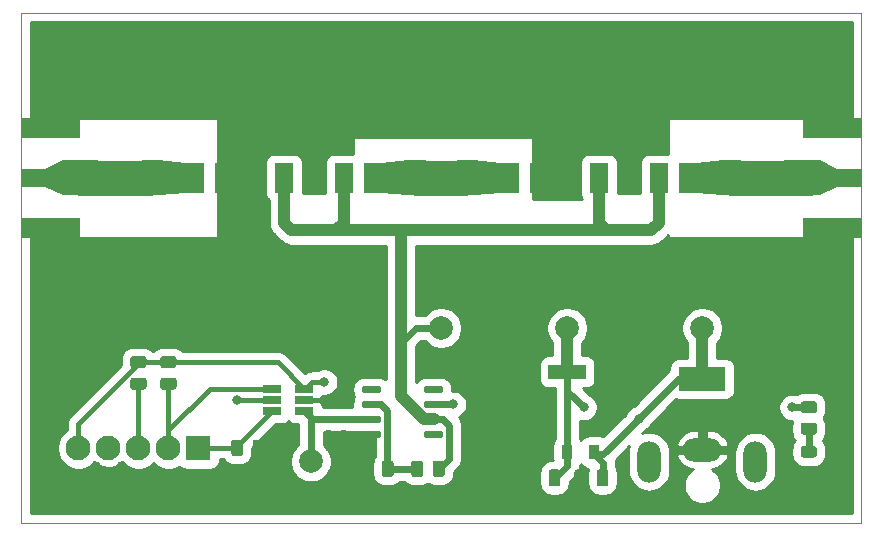
<source format=gtl>
%TF.GenerationSoftware,KiCad,Pcbnew,(5.1.10)-1*%
%TF.CreationDate,2021-05-13T13:34:22-04:00*%
%TF.ProjectId,Phase Shifter Module,50686173-6520-4536-9869-66746572204d,rev?*%
%TF.SameCoordinates,Original*%
%TF.FileFunction,Copper,L1,Top*%
%TF.FilePolarity,Positive*%
%FSLAX46Y46*%
G04 Gerber Fmt 4.6, Leading zero omitted, Abs format (unit mm)*
G04 Created by KiCad (PCBNEW (5.1.10)-1) date 2021-05-13 13:34:22*
%MOMM*%
%LPD*%
G01*
G04 APERTURE LIST*
%TA.AperFunction,Profile*%
%ADD10C,0.050000*%
%TD*%
%TA.AperFunction,ComponentPad*%
%ADD11C,2.100000*%
%TD*%
%TA.AperFunction,ComponentPad*%
%ADD12R,2.100000X2.100000*%
%TD*%
%TA.AperFunction,SMDPad,CuDef*%
%ADD13C,2.000000*%
%TD*%
%TA.AperFunction,SMDPad,CuDef*%
%ADD14R,5.600000X1.600000*%
%TD*%
%TA.AperFunction,SMDPad,CuDef*%
%ADD15R,5.000000X1.800000*%
%TD*%
%TA.AperFunction,ComponentPad*%
%ADD16O,2.000000X3.500000*%
%TD*%
%TA.AperFunction,ComponentPad*%
%ADD17O,3.300000X2.000000*%
%TD*%
%TA.AperFunction,ComponentPad*%
%ADD18R,4.000000X2.000000*%
%TD*%
%TA.AperFunction,SMDPad,CuDef*%
%ADD19R,1.560000X0.650000*%
%TD*%
%TA.AperFunction,SMDPad,CuDef*%
%ADD20R,2.970000X2.970000*%
%TD*%
%TA.AperFunction,SMDPad,CuDef*%
%ADD21C,0.100000*%
%TD*%
%TA.AperFunction,SMDPad,CuDef*%
%ADD22R,1.500000X2.970000*%
%TD*%
%TA.AperFunction,SMDPad,CuDef*%
%ADD23R,1.650000X2.540000*%
%TD*%
%TA.AperFunction,SMDPad,CuDef*%
%ADD24R,3.200000X1.250000*%
%TD*%
%TA.AperFunction,SMDPad,CuDef*%
%ADD25R,0.950000X1.250000*%
%TD*%
%TA.AperFunction,ViaPad*%
%ADD26C,0.800000*%
%TD*%
%TA.AperFunction,ViaPad*%
%ADD27C,0.600000*%
%TD*%
%TA.AperFunction,Conductor*%
%ADD28C,0.600000*%
%TD*%
%TA.AperFunction,Conductor*%
%ADD29C,1.000000*%
%TD*%
%TA.AperFunction,Conductor*%
%ADD30C,0.400000*%
%TD*%
%TA.AperFunction,Conductor*%
%ADD31C,2.970000*%
%TD*%
%TA.AperFunction,Conductor*%
%ADD32C,0.254000*%
%TD*%
%TA.AperFunction,Conductor*%
%ADD33C,0.100000*%
%TD*%
G04 APERTURE END LIST*
D10*
X175260000Y-76200000D02*
X104140000Y-76200000D01*
X175260000Y-119380000D02*
X175260000Y-76200000D01*
X104140000Y-119380000D02*
X175260000Y-119380000D01*
X104140000Y-76200000D02*
X104140000Y-119380000D01*
D11*
%TO.P,J1,5*%
%TO.N,5V*%
X108966000Y-113030000D03*
%TO.P,J1,4*%
%TO.N,GND*%
X111506000Y-113030000D03*
%TO.P,J1,3*%
%TO.N,SCL*%
X114046000Y-113030000D03*
%TO.P,J1,2*%
%TO.N,SDA*%
X116586000Y-113030000D03*
D12*
%TO.P,J1,1*%
%TO.N,A0*%
X119126000Y-113030000D03*
%TD*%
%TO.P,IC3,8*%
%TO.N,Net-(IC3-Pad8)*%
%TA.AperFunction,SMDPad,CuDef*%
G36*
G01*
X138198000Y-108227000D02*
X138198000Y-107927000D01*
G75*
G02*
X138348000Y-107777000I150000J0D01*
G01*
X139698000Y-107777000D01*
G75*
G02*
X139848000Y-107927000I0J-150000D01*
G01*
X139848000Y-108227000D01*
G75*
G02*
X139698000Y-108377000I-150000J0D01*
G01*
X138348000Y-108377000D01*
G75*
G02*
X138198000Y-108227000I0J150000D01*
G01*
G37*
%TD.AperFunction*%
%TO.P,IC3,7*%
%TO.N,12V*%
%TA.AperFunction,SMDPad,CuDef*%
G36*
G01*
X138198000Y-109497000D02*
X138198000Y-109197000D01*
G75*
G02*
X138348000Y-109047000I150000J0D01*
G01*
X139698000Y-109047000D01*
G75*
G02*
X139848000Y-109197000I0J-150000D01*
G01*
X139848000Y-109497000D01*
G75*
G02*
X139698000Y-109647000I-150000J0D01*
G01*
X138348000Y-109647000D01*
G75*
G02*
X138198000Y-109497000I0J150000D01*
G01*
G37*
%TD.AperFunction*%
%TO.P,IC3,6*%
%TO.N,V_Bias*%
%TA.AperFunction,SMDPad,CuDef*%
G36*
G01*
X138198000Y-110767000D02*
X138198000Y-110467000D01*
G75*
G02*
X138348000Y-110317000I150000J0D01*
G01*
X139698000Y-110317000D01*
G75*
G02*
X139848000Y-110467000I0J-150000D01*
G01*
X139848000Y-110767000D01*
G75*
G02*
X139698000Y-110917000I-150000J0D01*
G01*
X138348000Y-110917000D01*
G75*
G02*
X138198000Y-110767000I0J150000D01*
G01*
G37*
%TD.AperFunction*%
%TO.P,IC3,5*%
%TO.N,Net-(IC3-Pad5)*%
%TA.AperFunction,SMDPad,CuDef*%
G36*
G01*
X138198000Y-112037000D02*
X138198000Y-111737000D01*
G75*
G02*
X138348000Y-111587000I150000J0D01*
G01*
X139698000Y-111587000D01*
G75*
G02*
X139848000Y-111737000I0J-150000D01*
G01*
X139848000Y-112037000D01*
G75*
G02*
X139698000Y-112187000I-150000J0D01*
G01*
X138348000Y-112187000D01*
G75*
G02*
X138198000Y-112037000I0J150000D01*
G01*
G37*
%TD.AperFunction*%
%TO.P,IC3,4*%
%TO.N,GND*%
%TA.AperFunction,SMDPad,CuDef*%
G36*
G01*
X132948000Y-112037000D02*
X132948000Y-111737000D01*
G75*
G02*
X133098000Y-111587000I150000J0D01*
G01*
X134448000Y-111587000D01*
G75*
G02*
X134598000Y-111737000I0J-150000D01*
G01*
X134598000Y-112037000D01*
G75*
G02*
X134448000Y-112187000I-150000J0D01*
G01*
X133098000Y-112187000D01*
G75*
G02*
X132948000Y-112037000I0J150000D01*
G01*
G37*
%TD.AperFunction*%
%TO.P,IC3,3*%
%TO.N,V_DAC*%
%TA.AperFunction,SMDPad,CuDef*%
G36*
G01*
X132948000Y-110767000D02*
X132948000Y-110467000D01*
G75*
G02*
X133098000Y-110317000I150000J0D01*
G01*
X134448000Y-110317000D01*
G75*
G02*
X134598000Y-110467000I0J-150000D01*
G01*
X134598000Y-110767000D01*
G75*
G02*
X134448000Y-110917000I-150000J0D01*
G01*
X133098000Y-110917000D01*
G75*
G02*
X132948000Y-110767000I0J150000D01*
G01*
G37*
%TD.AperFunction*%
%TO.P,IC3,2*%
%TO.N,Net-(IC3-Pad2)*%
%TA.AperFunction,SMDPad,CuDef*%
G36*
G01*
X132948000Y-109497000D02*
X132948000Y-109197000D01*
G75*
G02*
X133098000Y-109047000I150000J0D01*
G01*
X134448000Y-109047000D01*
G75*
G02*
X134598000Y-109197000I0J-150000D01*
G01*
X134598000Y-109497000D01*
G75*
G02*
X134448000Y-109647000I-150000J0D01*
G01*
X133098000Y-109647000D01*
G75*
G02*
X132948000Y-109497000I0J150000D01*
G01*
G37*
%TD.AperFunction*%
%TO.P,IC3,1*%
%TO.N,Net-(IC3-Pad1)*%
%TA.AperFunction,SMDPad,CuDef*%
G36*
G01*
X132948000Y-108227000D02*
X132948000Y-107927000D01*
G75*
G02*
X133098000Y-107777000I150000J0D01*
G01*
X134448000Y-107777000D01*
G75*
G02*
X134598000Y-107927000I0J-150000D01*
G01*
X134598000Y-108227000D01*
G75*
G02*
X134448000Y-108377000I-150000J0D01*
G01*
X133098000Y-108377000D01*
G75*
G02*
X132948000Y-108227000I0J150000D01*
G01*
G37*
%TD.AperFunction*%
%TD*%
%TO.P,R2,2*%
%TO.N,Net-(IC3-Pad2)*%
%TA.AperFunction,SMDPad,CuDef*%
G36*
G01*
X138157000Y-114357999D02*
X138157000Y-115258001D01*
G75*
G02*
X137907001Y-115508000I-249999J0D01*
G01*
X137381999Y-115508000D01*
G75*
G02*
X137132000Y-115258001I0J249999D01*
G01*
X137132000Y-114357999D01*
G75*
G02*
X137381999Y-114108000I249999J0D01*
G01*
X137907001Y-114108000D01*
G75*
G02*
X138157000Y-114357999I0J-249999D01*
G01*
G37*
%TD.AperFunction*%
%TO.P,R2,1*%
%TO.N,V_Bias*%
%TA.AperFunction,SMDPad,CuDef*%
G36*
G01*
X139982000Y-114357999D02*
X139982000Y-115258001D01*
G75*
G02*
X139732001Y-115508000I-249999J0D01*
G01*
X139206999Y-115508000D01*
G75*
G02*
X138957000Y-115258001I0J249999D01*
G01*
X138957000Y-114357999D01*
G75*
G02*
X139206999Y-114108000I249999J0D01*
G01*
X139732001Y-114108000D01*
G75*
G02*
X139982000Y-114357999I0J-249999D01*
G01*
G37*
%TD.AperFunction*%
%TD*%
%TO.P,R1,2*%
%TO.N,GND*%
%TA.AperFunction,SMDPad,CuDef*%
G36*
G01*
X133839000Y-114357999D02*
X133839000Y-115258001D01*
G75*
G02*
X133589001Y-115508000I-249999J0D01*
G01*
X133063999Y-115508000D01*
G75*
G02*
X132814000Y-115258001I0J249999D01*
G01*
X132814000Y-114357999D01*
G75*
G02*
X133063999Y-114108000I249999J0D01*
G01*
X133589001Y-114108000D01*
G75*
G02*
X133839000Y-114357999I0J-249999D01*
G01*
G37*
%TD.AperFunction*%
%TO.P,R1,1*%
%TO.N,Net-(IC3-Pad2)*%
%TA.AperFunction,SMDPad,CuDef*%
G36*
G01*
X135664000Y-114357999D02*
X135664000Y-115258001D01*
G75*
G02*
X135414001Y-115508000I-249999J0D01*
G01*
X134888999Y-115508000D01*
G75*
G02*
X134639000Y-115258001I0J249999D01*
G01*
X134639000Y-114357999D01*
G75*
G02*
X134888999Y-114108000I249999J0D01*
G01*
X135414001Y-114108000D01*
G75*
G02*
X135664000Y-114357999I0J-249999D01*
G01*
G37*
%TD.AperFunction*%
%TD*%
%TO.P,R6,2*%
%TO.N,5V*%
%TA.AperFunction,SMDPad,CuDef*%
G36*
G01*
X171265001Y-110090000D02*
X170364999Y-110090000D01*
G75*
G02*
X170115000Y-109840001I0J249999D01*
G01*
X170115000Y-109314999D01*
G75*
G02*
X170364999Y-109065000I249999J0D01*
G01*
X171265001Y-109065000D01*
G75*
G02*
X171515000Y-109314999I0J-249999D01*
G01*
X171515000Y-109840001D01*
G75*
G02*
X171265001Y-110090000I-249999J0D01*
G01*
G37*
%TD.AperFunction*%
%TO.P,R6,1*%
%TO.N,Net-(D1-Pad2)*%
%TA.AperFunction,SMDPad,CuDef*%
G36*
G01*
X171265001Y-111915000D02*
X170364999Y-111915000D01*
G75*
G02*
X170115000Y-111665001I0J249999D01*
G01*
X170115000Y-111139999D01*
G75*
G02*
X170364999Y-110890000I249999J0D01*
G01*
X171265001Y-110890000D01*
G75*
G02*
X171515000Y-111139999I0J-249999D01*
G01*
X171515000Y-111665001D01*
G75*
G02*
X171265001Y-111915000I-249999J0D01*
G01*
G37*
%TD.AperFunction*%
%TD*%
%TO.P,D1,2*%
%TO.N,Net-(D1-Pad2)*%
%TA.AperFunction,SMDPad,CuDef*%
G36*
G01*
X171271250Y-113850000D02*
X170358750Y-113850000D01*
G75*
G02*
X170115000Y-113606250I0J243750D01*
G01*
X170115000Y-113118750D01*
G75*
G02*
X170358750Y-112875000I243750J0D01*
G01*
X171271250Y-112875000D01*
G75*
G02*
X171515000Y-113118750I0J-243750D01*
G01*
X171515000Y-113606250D01*
G75*
G02*
X171271250Y-113850000I-243750J0D01*
G01*
G37*
%TD.AperFunction*%
%TO.P,D1,1*%
%TO.N,GND*%
%TA.AperFunction,SMDPad,CuDef*%
G36*
G01*
X171271250Y-115725000D02*
X170358750Y-115725000D01*
G75*
G02*
X170115000Y-115481250I0J243750D01*
G01*
X170115000Y-114993750D01*
G75*
G02*
X170358750Y-114750000I243750J0D01*
G01*
X171271250Y-114750000D01*
G75*
G02*
X171515000Y-114993750I0J-243750D01*
G01*
X171515000Y-115481250D01*
G75*
G02*
X171271250Y-115725000I-243750J0D01*
G01*
G37*
%TD.AperFunction*%
%TD*%
D13*
%TO.P,V_DAC1,1*%
%TO.N,V_DAC*%
X128651000Y-114173000D03*
%TD*%
%TO.P,V_Bias1,1*%
%TO.N,V_Bias*%
X139700000Y-102870000D03*
%TD*%
%TO.P,GND1,1*%
%TO.N,GND*%
X156210000Y-102870000D03*
%TD*%
%TO.P,5V1,1*%
%TO.N,5V*%
X150368000Y-102870000D03*
%TD*%
%TO.P,12V1,1*%
%TO.N,12V*%
X161798000Y-102870000D03*
%TD*%
D14*
%TO.P,J2,1*%
%TO.N,Signal_In*%
X106940000Y-90170000D03*
D15*
%TO.P,J2,2*%
%TO.N,GND*%
X106640000Y-94420000D03*
X106640000Y-85920000D03*
%TD*%
D14*
%TO.P,J3,1*%
%TO.N,Signal_Out*%
X172460000Y-90170000D03*
D15*
%TO.P,J3,2*%
%TO.N,GND*%
X172760000Y-85920000D03*
X172760000Y-94420000D03*
%TD*%
%TO.P,R5,2*%
%TO.N,A0*%
%TA.AperFunction,SMDPad,CuDef*%
G36*
G01*
X122917000Y-112579998D02*
X122917000Y-113480002D01*
G75*
G02*
X122667002Y-113730000I-249998J0D01*
G01*
X122141998Y-113730000D01*
G75*
G02*
X121892000Y-113480002I0J249998D01*
G01*
X121892000Y-112579998D01*
G75*
G02*
X122141998Y-112330000I249998J0D01*
G01*
X122667002Y-112330000D01*
G75*
G02*
X122917000Y-112579998I0J-249998D01*
G01*
G37*
%TD.AperFunction*%
%TO.P,R5,1*%
%TO.N,GND*%
%TA.AperFunction,SMDPad,CuDef*%
G36*
G01*
X124742000Y-112579998D02*
X124742000Y-113480002D01*
G75*
G02*
X124492002Y-113730000I-249998J0D01*
G01*
X123966998Y-113730000D01*
G75*
G02*
X123717000Y-113480002I0J249998D01*
G01*
X123717000Y-112579998D01*
G75*
G02*
X123966998Y-112330000I249998J0D01*
G01*
X124492002Y-112330000D01*
G75*
G02*
X124742000Y-112579998I0J-249998D01*
G01*
G37*
%TD.AperFunction*%
%TD*%
D16*
%TO.P,J4,MP*%
%TO.N,N/C*%
X166298000Y-114188000D03*
X157298000Y-114188000D03*
D17*
%TO.P,J4,2*%
%TO.N,GND*%
X161798000Y-113188000D03*
D18*
%TO.P,J4,1*%
%TO.N,12V*%
X161798000Y-107188000D03*
%TD*%
D19*
%TO.P,IC1,1*%
%TO.N,V_DAC*%
X128096000Y-109916000D03*
%TO.P,IC1,2*%
%TO.N,GND*%
X128096000Y-108966000D03*
%TO.P,IC1,3*%
%TO.N,5V*%
X128096000Y-108016000D03*
%TO.P,IC1,4*%
%TO.N,SDA*%
X125396000Y-108016000D03*
%TO.P,IC1,6*%
%TO.N,A0*%
X125396000Y-109916000D03*
%TO.P,IC1,5*%
%TO.N,SCL*%
X125396000Y-108966000D03*
%TD*%
D20*
%TO.P,Taper,1*%
%TO.N,Signal_Out*%
X170240000Y-90170000D03*
%TA.AperFunction,SMDPad,CuDef*%
D21*
G36*
X168755000Y-88685000D02*
G01*
X171725000Y-88685000D01*
X173240000Y-89420000D01*
X174740000Y-89420000D01*
X174740000Y-90920000D01*
X173240000Y-90920000D01*
X171725000Y-91655000D01*
X168755000Y-91655000D01*
X168755000Y-88685000D01*
G37*
%TD.AperFunction*%
%TD*%
D20*
%TO.P,Taper,1*%
%TO.N,Signal_In*%
X109160000Y-90170000D03*
%TA.AperFunction,SMDPad,CuDef*%
D21*
G36*
X110645000Y-91655000D02*
G01*
X107675000Y-91655000D01*
X106160000Y-90920000D01*
X104660000Y-90920000D01*
X104660000Y-89420000D01*
X106160000Y-89420000D01*
X107675000Y-88685000D01*
X110645000Y-88685000D01*
X110645000Y-91655000D01*
G37*
%TD.AperFunction*%
%TD*%
D22*
%TO.P,Taper,1*%
%TO.N,Signal_In*%
X115071200Y-90170000D03*
%TA.AperFunction,SMDPad,CuDef*%
D21*
G36*
X114321200Y-88685000D02*
G01*
X115821200Y-88685000D01*
X118071200Y-88920000D01*
X119571200Y-88920000D01*
X119571200Y-91420000D01*
X118071200Y-91420000D01*
X115821200Y-91655000D01*
X114321200Y-91655000D01*
X114321200Y-88685000D01*
G37*
%TD.AperFunction*%
%TD*%
D22*
%TO.P,Taper,1*%
%TO.N,Signal_Out*%
X164328800Y-90170000D03*
%TA.AperFunction,SMDPad,CuDef*%
D21*
G36*
X165078800Y-91655000D02*
G01*
X163578800Y-91655000D01*
X161328800Y-91420000D01*
X159828800Y-91420000D01*
X159828800Y-88920000D01*
X161328800Y-88920000D01*
X163578800Y-88685000D01*
X165078800Y-88685000D01*
X165078800Y-91655000D01*
G37*
%TD.AperFunction*%
%TD*%
D22*
%TO.P,Taper,1*%
%TO.N,Net-(U1-Pad7)*%
X141741200Y-90170000D03*
%TA.AperFunction,SMDPad,CuDef*%
D21*
G36*
X140991200Y-88685000D02*
G01*
X142491200Y-88685000D01*
X144741200Y-88920000D01*
X146241200Y-88920000D01*
X146241200Y-91420000D01*
X144741200Y-91420000D01*
X142491200Y-91655000D01*
X140991200Y-91655000D01*
X140991200Y-88685000D01*
G37*
%TD.AperFunction*%
%TD*%
D22*
%TO.P,Taper,1*%
%TO.N,Net-(U1-Pad7)*%
X137658800Y-90170000D03*
%TA.AperFunction,SMDPad,CuDef*%
D21*
G36*
X138408800Y-91655000D02*
G01*
X136908800Y-91655000D01*
X134658800Y-91420000D01*
X133158800Y-91420000D01*
X133158800Y-88920000D01*
X134658800Y-88920000D01*
X136908800Y-88685000D01*
X138408800Y-88685000D01*
X138408800Y-91655000D01*
G37*
%TD.AperFunction*%
%TD*%
D23*
%TO.P,U2,1*%
%TO.N,Net-(U1-Pad7)*%
X145415000Y-90159200D03*
%TO.P,U2,2*%
%TO.N,GND*%
X147955000Y-90159200D03*
%TO.P,U2,3*%
X150495000Y-90159200D03*
%TO.P,U2,4*%
%TO.N,V_Bias*%
X153035000Y-90159200D03*
%TO.P,U2,5*%
%TO.N,GND*%
X155575000Y-90159200D03*
%TO.P,U2,6*%
%TO.N,V_Bias*%
X158115000Y-90159200D03*
%TO.P,U2,7*%
%TO.N,Signal_Out*%
X160655000Y-90159200D03*
%TO.P,U2,8*%
%TO.N,GND*%
X160655000Y-80759200D03*
%TO.P,U2,9*%
X158115000Y-80759200D03*
%TO.P,U2,10*%
X155575000Y-80759200D03*
%TO.P,U2,11*%
X153035000Y-80759200D03*
%TO.P,U2,12*%
X150495000Y-80759200D03*
%TO.P,U2,13*%
X147955000Y-80759200D03*
%TO.P,U2,14*%
X145415000Y-80759200D03*
%TD*%
%TO.P,R4,2*%
%TO.N,5V*%
%TA.AperFunction,SMDPad,CuDef*%
G36*
G01*
X114496002Y-106280000D02*
X113595998Y-106280000D01*
G75*
G02*
X113346000Y-106030002I0J249998D01*
G01*
X113346000Y-105504998D01*
G75*
G02*
X113595998Y-105255000I249998J0D01*
G01*
X114496002Y-105255000D01*
G75*
G02*
X114746000Y-105504998I0J-249998D01*
G01*
X114746000Y-106030002D01*
G75*
G02*
X114496002Y-106280000I-249998J0D01*
G01*
G37*
%TD.AperFunction*%
%TO.P,R4,1*%
%TO.N,SCL*%
%TA.AperFunction,SMDPad,CuDef*%
G36*
G01*
X114496002Y-108105000D02*
X113595998Y-108105000D01*
G75*
G02*
X113346000Y-107855002I0J249998D01*
G01*
X113346000Y-107329998D01*
G75*
G02*
X113595998Y-107080000I249998J0D01*
G01*
X114496002Y-107080000D01*
G75*
G02*
X114746000Y-107329998I0J-249998D01*
G01*
X114746000Y-107855002D01*
G75*
G02*
X114496002Y-108105000I-249998J0D01*
G01*
G37*
%TD.AperFunction*%
%TD*%
%TO.P,R3,2*%
%TO.N,5V*%
%TA.AperFunction,SMDPad,CuDef*%
G36*
G01*
X117036002Y-106280000D02*
X116135998Y-106280000D01*
G75*
G02*
X115886000Y-106030002I0J249998D01*
G01*
X115886000Y-105504998D01*
G75*
G02*
X116135998Y-105255000I249998J0D01*
G01*
X117036002Y-105255000D01*
G75*
G02*
X117286000Y-105504998I0J-249998D01*
G01*
X117286000Y-106030002D01*
G75*
G02*
X117036002Y-106280000I-249998J0D01*
G01*
G37*
%TD.AperFunction*%
%TO.P,R3,1*%
%TO.N,SDA*%
%TA.AperFunction,SMDPad,CuDef*%
G36*
G01*
X117036002Y-108105000D02*
X116135998Y-108105000D01*
G75*
G02*
X115886000Y-107855002I0J249998D01*
G01*
X115886000Y-107329998D01*
G75*
G02*
X116135998Y-107080000I249998J0D01*
G01*
X117036002Y-107080000D01*
G75*
G02*
X117286000Y-107329998I0J-249998D01*
G01*
X117286000Y-107855002D01*
G75*
G02*
X117036002Y-108105000I-249998J0D01*
G01*
G37*
%TD.AperFunction*%
%TD*%
%TO.P,C1,1*%
%TO.N,5V*%
%TA.AperFunction,SMDPad,CuDef*%
G36*
G01*
X149786000Y-115095000D02*
X149786000Y-116045000D01*
G75*
G02*
X149536000Y-116295000I-250000J0D01*
G01*
X149036000Y-116295000D01*
G75*
G02*
X148786000Y-116045000I0J250000D01*
G01*
X148786000Y-115095000D01*
G75*
G02*
X149036000Y-114845000I250000J0D01*
G01*
X149536000Y-114845000D01*
G75*
G02*
X149786000Y-115095000I0J-250000D01*
G01*
G37*
%TD.AperFunction*%
%TO.P,C1,2*%
%TO.N,GND*%
%TA.AperFunction,SMDPad,CuDef*%
G36*
G01*
X147886000Y-115095000D02*
X147886000Y-116045000D01*
G75*
G02*
X147636000Y-116295000I-250000J0D01*
G01*
X147136000Y-116295000D01*
G75*
G02*
X146886000Y-116045000I0J250000D01*
G01*
X146886000Y-115095000D01*
G75*
G02*
X147136000Y-114845000I250000J0D01*
G01*
X147636000Y-114845000D01*
G75*
G02*
X147886000Y-115095000I0J-250000D01*
G01*
G37*
%TD.AperFunction*%
%TD*%
%TO.P,C2,1*%
%TO.N,12V*%
%TA.AperFunction,SMDPad,CuDef*%
G36*
G01*
X153850000Y-115095000D02*
X153850000Y-116045000D01*
G75*
G02*
X153600000Y-116295000I-250000J0D01*
G01*
X153100000Y-116295000D01*
G75*
G02*
X152850000Y-116045000I0J250000D01*
G01*
X152850000Y-115095000D01*
G75*
G02*
X153100000Y-114845000I250000J0D01*
G01*
X153600000Y-114845000D01*
G75*
G02*
X153850000Y-115095000I0J-250000D01*
G01*
G37*
%TD.AperFunction*%
%TO.P,C2,2*%
%TO.N,GND*%
%TA.AperFunction,SMDPad,CuDef*%
G36*
G01*
X151950000Y-115095000D02*
X151950000Y-116045000D01*
G75*
G02*
X151700000Y-116295000I-250000J0D01*
G01*
X151200000Y-116295000D01*
G75*
G02*
X150950000Y-116045000I0J250000D01*
G01*
X150950000Y-115095000D01*
G75*
G02*
X151200000Y-114845000I250000J0D01*
G01*
X151700000Y-114845000D01*
G75*
G02*
X151950000Y-115095000I0J-250000D01*
G01*
G37*
%TD.AperFunction*%
%TD*%
D24*
%TO.P,IC2,4*%
%TO.N,5V*%
X150368000Y-106582000D03*
D25*
%TO.P,IC2,3*%
%TO.N,12V*%
X152668000Y-113382000D03*
%TO.P,IC2,2*%
%TO.N,5V*%
X150368000Y-113382000D03*
%TO.P,IC2,1*%
%TO.N,GND*%
X148068000Y-113382000D03*
%TD*%
D23*
%TO.P,U1,1*%
%TO.N,Signal_In*%
X118745000Y-90159200D03*
%TO.P,U1,2*%
%TO.N,GND*%
X121285000Y-90159200D03*
%TO.P,U1,3*%
X123825000Y-90159200D03*
%TO.P,U1,4*%
%TO.N,V_Bias*%
X126365000Y-90159200D03*
%TO.P,U1,5*%
%TO.N,GND*%
X128905000Y-90159200D03*
%TO.P,U1,6*%
%TO.N,V_Bias*%
X131445000Y-90159200D03*
%TO.P,U1,7*%
%TO.N,Net-(U1-Pad7)*%
X133985000Y-90159200D03*
%TO.P,U1,8*%
%TO.N,GND*%
X133985000Y-80759200D03*
%TO.P,U1,9*%
X131445000Y-80759200D03*
%TO.P,U1,10*%
X128905000Y-80759200D03*
%TO.P,U1,11*%
X126365000Y-80759200D03*
%TO.P,U1,12*%
X123825000Y-80759200D03*
%TO.P,U1,13*%
X121285000Y-80759200D03*
%TO.P,U1,14*%
X118745000Y-80759200D03*
%TD*%
D26*
%TO.N,5V*%
X169418000Y-109601000D03*
X151765000Y-109601000D03*
X129794000Y-107442000D03*
D27*
%TO.N,GND*%
X107315000Y-116205000D03*
X153035000Y-118110000D03*
X147320000Y-118110000D03*
X105410000Y-112395000D03*
X105410000Y-114300000D03*
X171704000Y-85852000D03*
X173990000Y-85852000D03*
X173990000Y-94488000D03*
X171704000Y-94488000D03*
X107696000Y-85852000D03*
X105410000Y-85852000D03*
X107696000Y-94488000D03*
X105410000Y-94488000D03*
X134620000Y-96520000D03*
X132080000Y-96520000D03*
X134620000Y-97790000D03*
X134620000Y-99060000D03*
X130175000Y-96520000D03*
X128270000Y-96520000D03*
X126365000Y-96520000D03*
X124460000Y-95250000D03*
X123825000Y-93345000D03*
X121920000Y-93345000D03*
X120650000Y-95885000D03*
X122555000Y-95250000D03*
X118745000Y-95885000D03*
X116840000Y-95885000D03*
X114935000Y-95885000D03*
X113030000Y-95885000D03*
X111125000Y-95885000D03*
X149225000Y-96520000D03*
X151130000Y-96520000D03*
X153035000Y-96520000D03*
X154940000Y-96520000D03*
X156845000Y-96520000D03*
X158750000Y-95885000D03*
X160655000Y-95885000D03*
X162560000Y-95885000D03*
X164465000Y-95885000D03*
X166370000Y-95885000D03*
X168275000Y-95885000D03*
X122555000Y-86995000D03*
X124460000Y-86995000D03*
X126365000Y-86995000D03*
X128270000Y-86995000D03*
X130175000Y-86995000D03*
X132080000Y-86360000D03*
X120650000Y-84455000D03*
X118745000Y-84455000D03*
X116840000Y-84455000D03*
X114935000Y-84455000D03*
X113030000Y-84455000D03*
X111125000Y-84455000D03*
X122555000Y-85090000D03*
X124460000Y-85090000D03*
X126365000Y-85090000D03*
X128270000Y-85090000D03*
X130175000Y-85090000D03*
X132080000Y-85090000D03*
X132080000Y-83185000D03*
X130175000Y-83185000D03*
X128270000Y-83185000D03*
X126365000Y-83185000D03*
X124460000Y-83185000D03*
X122555000Y-83185000D03*
X120650000Y-83185000D03*
X118745000Y-83185000D03*
X133985000Y-85090000D03*
X133985000Y-83185000D03*
X133985000Y-86360000D03*
X135890000Y-86360000D03*
X137795000Y-86360000D03*
X139700000Y-86360000D03*
X141605000Y-86360000D03*
X143510000Y-86360000D03*
X145415000Y-86360000D03*
X147320000Y-86360000D03*
X149225000Y-86995000D03*
X151130000Y-86995000D03*
X153035000Y-86995000D03*
X154940000Y-86995000D03*
X156845000Y-86995000D03*
X135890000Y-85090000D03*
X137795000Y-85090000D03*
X139700000Y-85090000D03*
X141605000Y-85090000D03*
X143510000Y-85090000D03*
X145415000Y-85090000D03*
X147320000Y-85090000D03*
X149225000Y-85090000D03*
X151130000Y-85090000D03*
X153035000Y-85090000D03*
X154940000Y-85090000D03*
X156845000Y-85090000D03*
X158750000Y-84455000D03*
X160655000Y-84455000D03*
X162560000Y-84455000D03*
X164465000Y-84455000D03*
X166370000Y-84455000D03*
X168275000Y-84455000D03*
X145415000Y-83185000D03*
X147320000Y-83185000D03*
X149225000Y-83185000D03*
X151130000Y-83185000D03*
X153035000Y-83185000D03*
X154940000Y-83185000D03*
X156845000Y-83185000D03*
X158750000Y-83185000D03*
X160655000Y-83185000D03*
X162560000Y-83185000D03*
X168275000Y-83185000D03*
X170180000Y-83185000D03*
X172085000Y-83185000D03*
X173990000Y-83185000D03*
X173990000Y-81280000D03*
X173990000Y-79375000D03*
X173990000Y-77470000D03*
X172085000Y-77470000D03*
X170180000Y-77470000D03*
X168275000Y-77470000D03*
X166370000Y-77470000D03*
X164465000Y-77470000D03*
X162560000Y-77470000D03*
X168275000Y-97155000D03*
X170180000Y-97155000D03*
X172085000Y-97155000D03*
X137795000Y-96520000D03*
X147320000Y-96520000D03*
X145415000Y-96520000D03*
X143510000Y-96520000D03*
X141605000Y-96520000D03*
X139700000Y-96520000D03*
X173990000Y-97155000D03*
X137795000Y-97790000D03*
X137795000Y-99060000D03*
X160655000Y-77470000D03*
X158750000Y-77470000D03*
X156845000Y-77470000D03*
X154940000Y-77470000D03*
X153035000Y-77470000D03*
X151130000Y-77470000D03*
X149225000Y-77470000D03*
X147320000Y-77470000D03*
X145415000Y-77470000D03*
X143510000Y-77470000D03*
X141605000Y-77470000D03*
X139700000Y-77470000D03*
X137795000Y-77470000D03*
X135890000Y-77470000D03*
X133985000Y-77470000D03*
X132080000Y-77470000D03*
X130175000Y-77470000D03*
X128270000Y-77470000D03*
X126365000Y-77470000D03*
X124460000Y-77470000D03*
X122555000Y-77470000D03*
X120650000Y-77470000D03*
X118745000Y-77470000D03*
X116840000Y-77470000D03*
X114935000Y-77470000D03*
X113030000Y-77470000D03*
X111125000Y-77470000D03*
X109220000Y-77470000D03*
X107315000Y-77470000D03*
X105410000Y-77470000D03*
X105410000Y-79375000D03*
X105410000Y-81280000D03*
X105410000Y-83185000D03*
X107315000Y-83185000D03*
X109220000Y-83185000D03*
X111125000Y-83185000D03*
X111125000Y-97155000D03*
X109220000Y-97155000D03*
X107315000Y-97155000D03*
X105410000Y-97155000D03*
X105410000Y-99060000D03*
X105410000Y-100965000D03*
X105410000Y-102870000D03*
X105410000Y-104775000D03*
X105410000Y-106680000D03*
X105410000Y-108585000D03*
X105410000Y-110490000D03*
X173990000Y-104775000D03*
X173990000Y-102870000D03*
X173990000Y-100965000D03*
X173990000Y-99060000D03*
X170180000Y-100965000D03*
X164465000Y-100965000D03*
X160655000Y-100965000D03*
X156845000Y-100965000D03*
X153035000Y-100965000D03*
X149225000Y-100965000D03*
X145415000Y-100965000D03*
X141605000Y-100965000D03*
X141605000Y-97790000D03*
X145415000Y-97790000D03*
X149225000Y-97790000D03*
X153035000Y-97790000D03*
X156845000Y-97790000D03*
X160655000Y-97155000D03*
X164465000Y-97155000D03*
X126365000Y-100965000D03*
X122555000Y-100965000D03*
X118745000Y-100965000D03*
X114935000Y-100965000D03*
X130175000Y-97790000D03*
X126365000Y-97790000D03*
X122555000Y-97155000D03*
X118745000Y-97155000D03*
X114935000Y-97155000D03*
X111125000Y-100965000D03*
X107315000Y-100965000D03*
X137795000Y-79375000D03*
X141605000Y-79375000D03*
X137795000Y-83185000D03*
X141605000Y-83185000D03*
X114935000Y-79375000D03*
X111125000Y-79375000D03*
X107315000Y-79375000D03*
X114935000Y-83185000D03*
X172085000Y-79375000D03*
X168275000Y-79375000D03*
X164465000Y-79375000D03*
X164465000Y-83185000D03*
X166370000Y-83185000D03*
X118745000Y-79375000D03*
X122555000Y-79375000D03*
X126365000Y-79375000D03*
X130175000Y-79375000D03*
X133985000Y-79375000D03*
X135890000Y-81280000D03*
X139700000Y-81280000D03*
X116840000Y-81280000D03*
X143510000Y-81280000D03*
X162560000Y-81280000D03*
X105410000Y-116205000D03*
X105410000Y-118110000D03*
X107315000Y-118110000D03*
X154940000Y-118110000D03*
X158750000Y-118110000D03*
X162560000Y-118110000D03*
X173990000Y-106680000D03*
X173990000Y-108585000D03*
X173990000Y-110490000D03*
X173990000Y-112395000D03*
X173990000Y-114300000D03*
X173990000Y-116205000D03*
X173990000Y-118110000D03*
X163830000Y-111760000D03*
X160020000Y-111760000D03*
X109220000Y-118110000D03*
X166370000Y-118110000D03*
X170180000Y-118110000D03*
X111125000Y-118110000D03*
X113030000Y-118110000D03*
X114935000Y-118110000D03*
X116840000Y-118110000D03*
X118745000Y-118110000D03*
X120650000Y-118110000D03*
X122555000Y-118110000D03*
X124460000Y-118110000D03*
X126365000Y-118110000D03*
X128270000Y-118110000D03*
X130175000Y-118110000D03*
X132080000Y-118110000D03*
X133985000Y-118110000D03*
X135890000Y-118110000D03*
X137795000Y-118110000D03*
X139700000Y-118110000D03*
X141605000Y-118110000D03*
X143510000Y-118110000D03*
X145415000Y-118110000D03*
X149225000Y-118110000D03*
X151130000Y-118110000D03*
X156845000Y-118110000D03*
X160655000Y-118110000D03*
X164465000Y-118110000D03*
X168275000Y-118110000D03*
X172085000Y-118110000D03*
X134620000Y-100330000D03*
X137795000Y-100330000D03*
X137795000Y-101600000D03*
X134620000Y-101600000D03*
X145415000Y-104775000D03*
X145415000Y-112395000D03*
X170180000Y-95885000D03*
X172085000Y-95885000D03*
X173990000Y-95885000D03*
X170180000Y-84455000D03*
X172085000Y-84455000D03*
X173990000Y-84455000D03*
X109220000Y-95885000D03*
X107315000Y-95885000D03*
X105410000Y-95885000D03*
X105410000Y-84455000D03*
X107315000Y-84455000D03*
X109220000Y-84455000D03*
X145415000Y-79375000D03*
X149225000Y-79375000D03*
X153035000Y-79375000D03*
X156845000Y-79375000D03*
X160655000Y-79375000D03*
X130175000Y-100965000D03*
X122555000Y-116205000D03*
X124460000Y-116205000D03*
X107315000Y-108585000D03*
X109220000Y-108585000D03*
X120650000Y-116205000D03*
X107315000Y-110490000D03*
X130175000Y-109220000D03*
X131445000Y-109220000D03*
X131445000Y-107950000D03*
X130175000Y-111760000D03*
X130175000Y-113030000D03*
X131445000Y-111760000D03*
X126365000Y-116205000D03*
X126365000Y-114300000D03*
X126365000Y-112395000D03*
X163830000Y-114935000D03*
X160020000Y-114935000D03*
D26*
%TO.N,SCL*%
X122428000Y-108966000D03*
%TO.N,12V*%
X140716000Y-109347000D03*
X156400500Y-110553500D03*
%TD*%
D28*
%TO.N,5V*%
X150368000Y-113382000D02*
X150368000Y-113538000D01*
D29*
X150368000Y-106582000D02*
X150368000Y-103378000D01*
D28*
X151765000Y-109601000D02*
X150622000Y-108458000D01*
X150368000Y-108458000D02*
X150368000Y-113538000D01*
X150622000Y-108458000D02*
X150368000Y-108458000D01*
X150368000Y-106582000D02*
X150368000Y-108458000D01*
X169418000Y-109601000D02*
X170815000Y-109601000D01*
D30*
X116586000Y-105767500D02*
X114196500Y-105767500D01*
X114196500Y-105767500D02*
X114046000Y-105918000D01*
X114046000Y-105918000D02*
X108966000Y-110998000D01*
X108966000Y-110998000D02*
X108966000Y-113030000D01*
X128096000Y-108016000D02*
X125871000Y-105791000D01*
X125871000Y-105791000D02*
X116586000Y-105791000D01*
D28*
X150368000Y-113382000D02*
X150368000Y-114554000D01*
X150368000Y-114554000D02*
X149352000Y-115570000D01*
D30*
X129794000Y-107442000D02*
X128778000Y-107442000D01*
X128778000Y-107442000D02*
X128270000Y-107950000D01*
%TO.N,GND*%
X130175000Y-109220000D02*
X129935614Y-108980614D01*
X129935614Y-108980614D02*
X128509386Y-108980614D01*
%TO.N,SCL*%
X114046000Y-107592500D02*
X114046000Y-113030000D01*
X122428000Y-108966000D02*
X125476000Y-108966000D01*
%TO.N,SDA*%
X116586000Y-110490000D02*
X116586000Y-113030000D01*
X116586000Y-107592500D02*
X116586000Y-110490000D01*
X120115076Y-108016000D02*
X116586000Y-111545076D01*
X125396000Y-108016000D02*
X120115076Y-108016000D01*
D31*
%TO.N,Signal_In*%
X109160000Y-90170000D02*
X114935000Y-90170000D01*
%TO.N,Signal_Out*%
X164328800Y-90170000D02*
X170815000Y-90170000D01*
%TO.N,Net-(U1-Pad7)*%
X137658800Y-90170000D02*
X141605000Y-90170000D01*
D30*
%TO.N,A0*%
X125396000Y-109916000D02*
X125396000Y-109935000D01*
X125396000Y-109935000D02*
X122428000Y-112903000D01*
X122428000Y-112903000D02*
X122301000Y-113030000D01*
X122301000Y-113030000D02*
X119126000Y-113030000D01*
D28*
%TO.N,Net-(IC3-Pad2)*%
X134598000Y-109347000D02*
X135128000Y-109877000D01*
X133773000Y-109347000D02*
X134598000Y-109347000D01*
X135128000Y-109877000D02*
X135128000Y-114808000D01*
X135128000Y-114808000D02*
X137668000Y-114808000D01*
%TO.N,12V*%
X161798000Y-107188000D02*
X159766000Y-107188000D01*
X159766000Y-107188000D02*
X156400500Y-110553500D01*
X153416000Y-113538000D02*
X152654000Y-113538000D01*
D29*
X161798000Y-103378000D02*
X161798000Y-107188000D01*
D28*
X152668000Y-113382000D02*
X152668000Y-113552000D01*
X152668000Y-113552000D02*
X153416000Y-114300000D01*
X153416000Y-114300000D02*
X153416000Y-115570000D01*
X156400500Y-110553500D02*
X153416000Y-113538000D01*
X140716000Y-109347000D02*
X138938000Y-109347000D01*
%TO.N,Net-(D1-Pad2)*%
X170815000Y-111402500D02*
X170815000Y-113411000D01*
%TO.N,V_DAC*%
X128096000Y-109916000D02*
X128797000Y-110617000D01*
X128797000Y-110617000D02*
X133985000Y-110617000D01*
X128651000Y-114173000D02*
X128651000Y-110490000D01*
X128651000Y-110490000D02*
X128270000Y-110109000D01*
D29*
%TO.N,V_Bias*%
X126365000Y-90159200D02*
X126365000Y-93980000D01*
X126365000Y-93980000D02*
X127000000Y-94615000D01*
X130810000Y-94615000D02*
X131445000Y-93980000D01*
X131445000Y-93980000D02*
X131445000Y-90170000D01*
X153035000Y-90159200D02*
X153035000Y-93980000D01*
X153035000Y-93980000D02*
X153670000Y-94615000D01*
X157480000Y-94615000D02*
X158115000Y-93980000D01*
X158115000Y-93980000D02*
X158115000Y-90170000D01*
X130175000Y-94615000D02*
X130810000Y-94615000D01*
X127000000Y-94615000D02*
X130175000Y-94615000D01*
X153670000Y-94615000D02*
X154305000Y-94615000D01*
X154305000Y-94615000D02*
X157480000Y-94615000D01*
X136271000Y-94615000D02*
X130175000Y-94615000D01*
X154305000Y-94615000D02*
X136271000Y-94615000D01*
X136271000Y-105029000D02*
X136271000Y-104140000D01*
X136271000Y-104140000D02*
X136271000Y-94615000D01*
D28*
X137541000Y-102870000D02*
X136271000Y-104140000D01*
X139700000Y-102870000D02*
X137541000Y-102870000D01*
D29*
X136271000Y-108622098D02*
X138265902Y-110617000D01*
X136271000Y-105029000D02*
X136271000Y-108622098D01*
X138265902Y-110617000D02*
X139065000Y-110617000D01*
D28*
X140348010Y-113929490D02*
X140348010Y-111138010D01*
X139469500Y-114808000D02*
X140348010Y-113929490D01*
X140348010Y-111138010D02*
X139827000Y-110617000D01*
X139827000Y-110617000D02*
X139065000Y-110617000D01*
%TD*%
D32*
%TO.N,GND*%
X174458001Y-85090000D02*
X159004000Y-85090000D01*
X158979238Y-85092437D01*
X158955413Y-85099662D01*
X158933455Y-85111395D01*
X158914208Y-85127187D01*
X158898411Y-85146430D01*
X158886673Y-85168386D01*
X158879443Y-85192209D01*
X158877000Y-85216985D01*
X158876668Y-88108441D01*
X157290000Y-88108441D01*
X157137681Y-88123443D01*
X156991216Y-88167873D01*
X156856234Y-88240023D01*
X156737920Y-88337120D01*
X156640823Y-88455434D01*
X156568673Y-88590416D01*
X156524243Y-88736881D01*
X156509241Y-88889200D01*
X156509241Y-91429200D01*
X156510305Y-91440000D01*
X154639695Y-91440000D01*
X154640759Y-91429200D01*
X154640759Y-88889200D01*
X154625757Y-88736881D01*
X154581327Y-88590416D01*
X154509177Y-88455434D01*
X154412080Y-88337120D01*
X154293766Y-88240023D01*
X154158784Y-88167873D01*
X154012319Y-88123443D01*
X153860000Y-88108441D01*
X152210000Y-88108441D01*
X152057681Y-88123443D01*
X151911216Y-88167873D01*
X151776234Y-88240023D01*
X151657920Y-88337120D01*
X151560823Y-88455434D01*
X151488673Y-88590416D01*
X151444243Y-88736881D01*
X151429241Y-88889200D01*
X151429241Y-91429200D01*
X151444243Y-91581519D01*
X151488673Y-91727984D01*
X151560823Y-91862966D01*
X151630608Y-91948000D01*
X147447000Y-91948000D01*
X147447000Y-86868000D01*
X147444560Y-86843224D01*
X147437333Y-86819399D01*
X147425597Y-86797443D01*
X147409803Y-86778197D01*
X147390557Y-86762403D01*
X147368601Y-86750667D01*
X147344776Y-86743440D01*
X147320000Y-86741000D01*
X132334000Y-86741000D01*
X132309224Y-86743440D01*
X132285399Y-86750667D01*
X132263443Y-86762403D01*
X132244197Y-86778197D01*
X132228403Y-86797443D01*
X132216667Y-86819399D01*
X132209440Y-86843224D01*
X132207000Y-86868000D01*
X132207000Y-88108441D01*
X130620000Y-88108441D01*
X130467681Y-88123443D01*
X130321216Y-88167873D01*
X130186234Y-88240023D01*
X130067920Y-88337120D01*
X129970823Y-88455434D01*
X129898673Y-88590416D01*
X129854243Y-88736881D01*
X129839241Y-88889200D01*
X129839241Y-91429200D01*
X129840305Y-91440000D01*
X127969695Y-91440000D01*
X127970759Y-91429200D01*
X127970759Y-88889200D01*
X127955757Y-88736881D01*
X127911327Y-88590416D01*
X127839177Y-88455434D01*
X127742080Y-88337120D01*
X127623766Y-88240023D01*
X127488784Y-88167873D01*
X127342319Y-88123443D01*
X127190000Y-88108441D01*
X125540000Y-88108441D01*
X125387681Y-88123443D01*
X125241216Y-88167873D01*
X125106234Y-88240023D01*
X124987920Y-88337120D01*
X124890823Y-88455434D01*
X124818673Y-88590416D01*
X124774243Y-88736881D01*
X124759241Y-88889200D01*
X124759241Y-91429200D01*
X124774243Y-91581519D01*
X124818673Y-91727984D01*
X124890823Y-91862966D01*
X124987920Y-91981280D01*
X125088000Y-92063413D01*
X125088001Y-93917264D01*
X125081822Y-93980000D01*
X125106478Y-94230335D01*
X125147227Y-94364664D01*
X125179499Y-94471051D01*
X125298077Y-94692896D01*
X125457657Y-94887344D01*
X125506381Y-94927331D01*
X126052665Y-95473615D01*
X126092656Y-95522344D01*
X126287104Y-95681924D01*
X126508947Y-95800501D01*
X126508949Y-95800502D01*
X126749664Y-95873523D01*
X127000000Y-95898178D01*
X127062728Y-95892000D01*
X130747274Y-95892000D01*
X130810000Y-95898178D01*
X130872726Y-95892000D01*
X134994001Y-95892000D01*
X134994000Y-104077274D01*
X134994000Y-104966275D01*
X134994001Y-107176819D01*
X134965102Y-107153102D01*
X134804186Y-107067091D01*
X134629582Y-107014125D01*
X134448000Y-106996241D01*
X133098000Y-106996241D01*
X132916418Y-107014125D01*
X132741814Y-107067091D01*
X132580898Y-107153102D01*
X132439854Y-107268854D01*
X132324102Y-107409898D01*
X132238091Y-107570814D01*
X132185125Y-107745418D01*
X132167241Y-107927000D01*
X132167241Y-108227000D01*
X132185125Y-108408582D01*
X132238091Y-108583186D01*
X132306943Y-108712000D01*
X132238091Y-108840814D01*
X132185125Y-109015418D01*
X132167241Y-109197000D01*
X132167241Y-109497000D01*
X132171476Y-109540000D01*
X129651736Y-109540000D01*
X129641757Y-109438681D01*
X129597327Y-109292216D01*
X129525177Y-109157234D01*
X129428080Y-109038920D01*
X129339226Y-108966000D01*
X129428080Y-108893080D01*
X129525177Y-108774766D01*
X129597327Y-108639784D01*
X129607868Y-108605035D01*
X129678076Y-108619000D01*
X129909924Y-108619000D01*
X130137318Y-108573769D01*
X130351519Y-108485044D01*
X130544294Y-108356236D01*
X130708236Y-108192294D01*
X130837044Y-107999519D01*
X130925769Y-107785318D01*
X130971000Y-107557924D01*
X130971000Y-107326076D01*
X130925769Y-107098682D01*
X130837044Y-106884481D01*
X130708236Y-106691706D01*
X130544294Y-106527764D01*
X130351519Y-106398956D01*
X130137318Y-106310231D01*
X129909924Y-106265000D01*
X129678076Y-106265000D01*
X129450682Y-106310231D01*
X129236481Y-106398956D01*
X129137639Y-106465000D01*
X128825982Y-106465000D01*
X128777999Y-106460274D01*
X128730016Y-106465000D01*
X128730007Y-106465000D01*
X128586475Y-106479137D01*
X128402309Y-106535003D01*
X128232582Y-106625724D01*
X128152847Y-106691160D01*
X126595784Y-105134098D01*
X126565186Y-105096814D01*
X126416418Y-104974724D01*
X126246691Y-104884003D01*
X126062525Y-104828137D01*
X125918993Y-104814000D01*
X125871000Y-104809273D01*
X125823007Y-104814000D01*
X117795926Y-104814000D01*
X117764857Y-104776143D01*
X117608660Y-104647955D01*
X117430456Y-104552703D01*
X117237093Y-104494047D01*
X117036002Y-104474241D01*
X116135998Y-104474241D01*
X115934907Y-104494047D01*
X115741544Y-104552703D01*
X115563340Y-104647955D01*
X115407143Y-104776143D01*
X115395360Y-104790500D01*
X115236640Y-104790500D01*
X115224857Y-104776143D01*
X115068660Y-104647955D01*
X114890456Y-104552703D01*
X114697093Y-104494047D01*
X114496002Y-104474241D01*
X113595998Y-104474241D01*
X113394907Y-104494047D01*
X113201544Y-104552703D01*
X113023340Y-104647955D01*
X112867143Y-104776143D01*
X112738955Y-104932340D01*
X112643703Y-105110544D01*
X112585047Y-105303907D01*
X112565241Y-105504998D01*
X112565241Y-106017072D01*
X108309098Y-110273216D01*
X108271814Y-110303814D01*
X108149724Y-110452582D01*
X108087574Y-110568857D01*
X108059003Y-110622310D01*
X108003137Y-110806475D01*
X107984273Y-110998000D01*
X107989000Y-111045993D01*
X107989000Y-111485496D01*
X107801355Y-111610876D01*
X107546876Y-111865355D01*
X107346934Y-112164591D01*
X107209211Y-112497084D01*
X107139000Y-112850056D01*
X107139000Y-113209944D01*
X107209211Y-113562916D01*
X107346934Y-113895409D01*
X107546876Y-114194645D01*
X107801355Y-114449124D01*
X108100591Y-114649066D01*
X108433084Y-114786789D01*
X108786056Y-114857000D01*
X109145944Y-114857000D01*
X109498916Y-114786789D01*
X109831409Y-114649066D01*
X110130645Y-114449124D01*
X110331079Y-114248690D01*
X110502236Y-114419847D01*
X110631365Y-114290718D01*
X110744673Y-114542332D01*
X111054343Y-114661801D01*
X111381370Y-114718560D01*
X111713187Y-114710429D01*
X112037041Y-114637720D01*
X112267327Y-114542332D01*
X112380635Y-114290718D01*
X112509764Y-114419847D01*
X112680921Y-114248690D01*
X112881355Y-114449124D01*
X113180591Y-114649066D01*
X113513084Y-114786789D01*
X113866056Y-114857000D01*
X114225944Y-114857000D01*
X114578916Y-114786789D01*
X114911409Y-114649066D01*
X115210645Y-114449124D01*
X115316000Y-114343769D01*
X115421355Y-114449124D01*
X115720591Y-114649066D01*
X116053084Y-114786789D01*
X116406056Y-114857000D01*
X116765944Y-114857000D01*
X117118916Y-114786789D01*
X117451409Y-114649066D01*
X117507243Y-114611759D01*
X117523920Y-114632080D01*
X117642234Y-114729177D01*
X117777216Y-114801327D01*
X117923681Y-114845757D01*
X118076000Y-114860759D01*
X120176000Y-114860759D01*
X120328319Y-114845757D01*
X120474784Y-114801327D01*
X120609766Y-114729177D01*
X120728080Y-114632080D01*
X120825177Y-114513766D01*
X120897327Y-114378784D01*
X120941757Y-114232319D01*
X120956759Y-114080000D01*
X120956759Y-114007000D01*
X121260549Y-114007000D01*
X121284955Y-114052660D01*
X121413143Y-114208857D01*
X121569340Y-114337045D01*
X121747544Y-114432297D01*
X121940907Y-114490953D01*
X122141998Y-114510759D01*
X122667002Y-114510759D01*
X122868093Y-114490953D01*
X123061456Y-114432297D01*
X123239660Y-114337045D01*
X123395857Y-114208857D01*
X123524045Y-114052660D01*
X123619297Y-113874456D01*
X123677953Y-113681093D01*
X123697759Y-113480002D01*
X123697759Y-113014927D01*
X125690928Y-111021759D01*
X126176000Y-111021759D01*
X126328319Y-111006757D01*
X126474784Y-110962327D01*
X126609766Y-110890177D01*
X126728080Y-110793080D01*
X126746000Y-110771244D01*
X126763920Y-110793080D01*
X126882234Y-110890177D01*
X127017216Y-110962327D01*
X127163681Y-111006757D01*
X127316000Y-111021759D01*
X127574001Y-111021759D01*
X127574000Y-112755449D01*
X127518229Y-112792714D01*
X127270714Y-113040229D01*
X127076243Y-113331275D01*
X126942289Y-113654668D01*
X126874000Y-113997981D01*
X126874000Y-114348019D01*
X126942289Y-114691332D01*
X127076243Y-115014725D01*
X127270714Y-115305771D01*
X127518229Y-115553286D01*
X127809275Y-115747757D01*
X128132668Y-115881711D01*
X128475981Y-115950000D01*
X128826019Y-115950000D01*
X129169332Y-115881711D01*
X129492725Y-115747757D01*
X129783771Y-115553286D01*
X130031286Y-115305771D01*
X130225757Y-115014725D01*
X130359711Y-114691332D01*
X130428000Y-114348019D01*
X130428000Y-113997981D01*
X130359711Y-113654668D01*
X130225757Y-113331275D01*
X130031286Y-113040229D01*
X129783771Y-112792714D01*
X129728000Y-112755449D01*
X129728000Y-111694000D01*
X133059834Y-111694000D01*
X133098000Y-111697759D01*
X134051000Y-111697759D01*
X134051001Y-113762134D01*
X134031955Y-113785341D01*
X133936703Y-113963545D01*
X133878047Y-114156908D01*
X133858241Y-114357999D01*
X133858241Y-115258001D01*
X133878047Y-115459092D01*
X133936703Y-115652455D01*
X134031955Y-115830659D01*
X134160143Y-115986857D01*
X134316341Y-116115045D01*
X134494545Y-116210297D01*
X134687908Y-116268953D01*
X134888999Y-116288759D01*
X135414001Y-116288759D01*
X135615092Y-116268953D01*
X135808455Y-116210297D01*
X135986659Y-116115045D01*
X136142857Y-115986857D01*
X136226449Y-115885000D01*
X136569551Y-115885000D01*
X136653143Y-115986857D01*
X136809341Y-116115045D01*
X136987545Y-116210297D01*
X137180908Y-116268953D01*
X137381999Y-116288759D01*
X137907001Y-116288759D01*
X138108092Y-116268953D01*
X138301455Y-116210297D01*
X138479659Y-116115045D01*
X138557000Y-116051573D01*
X138634341Y-116115045D01*
X138812545Y-116210297D01*
X139005908Y-116268953D01*
X139206999Y-116288759D01*
X139732001Y-116288759D01*
X139933092Y-116268953D01*
X140126455Y-116210297D01*
X140304659Y-116115045D01*
X140460857Y-115986857D01*
X140589045Y-115830659D01*
X140684297Y-115652455D01*
X140742953Y-115459092D01*
X140762759Y-115258001D01*
X140762759Y-115037849D01*
X141072149Y-114728458D01*
X141113249Y-114694729D01*
X141185321Y-114606909D01*
X141247836Y-114530735D01*
X141326198Y-114384129D01*
X141347843Y-114343634D01*
X141409427Y-114140619D01*
X141425010Y-113982399D01*
X141425010Y-113982397D01*
X141430221Y-113929490D01*
X141425010Y-113876583D01*
X141425010Y-111190916D01*
X141430221Y-111138009D01*
X141424395Y-111078854D01*
X141409427Y-110926881D01*
X141347843Y-110723866D01*
X141247836Y-110536766D01*
X141164488Y-110435206D01*
X141273519Y-110390044D01*
X141466294Y-110261236D01*
X141630236Y-110097294D01*
X141759044Y-109904519D01*
X141847769Y-109690318D01*
X141893000Y-109462924D01*
X141893000Y-109231076D01*
X141847769Y-109003682D01*
X141759044Y-108789481D01*
X141630236Y-108596706D01*
X141466294Y-108432764D01*
X141273519Y-108303956D01*
X141059318Y-108215231D01*
X140831924Y-108170000D01*
X140628759Y-108170000D01*
X140628759Y-107927000D01*
X140610875Y-107745418D01*
X140557909Y-107570814D01*
X140471898Y-107409898D01*
X140356146Y-107268854D01*
X140215102Y-107153102D01*
X140054186Y-107067091D01*
X139879582Y-107014125D01*
X139698000Y-106996241D01*
X138348000Y-106996241D01*
X138166418Y-107014125D01*
X137991814Y-107067091D01*
X137830898Y-107153102D01*
X137689854Y-107268854D01*
X137574102Y-107409898D01*
X137548000Y-107458732D01*
X137548000Y-105957000D01*
X147987241Y-105957000D01*
X147987241Y-107207000D01*
X148002243Y-107359319D01*
X148046673Y-107505784D01*
X148118823Y-107640766D01*
X148215920Y-107759080D01*
X148334234Y-107856177D01*
X148469216Y-107928327D01*
X148615681Y-107972757D01*
X148768000Y-107987759D01*
X149291001Y-107987759D01*
X149291001Y-108405081D01*
X149285789Y-108458000D01*
X149291000Y-108510909D01*
X149291001Y-112265747D01*
X149243823Y-112323234D01*
X149171673Y-112458216D01*
X149127243Y-112604681D01*
X149112241Y-112757000D01*
X149112241Y-114007000D01*
X149117879Y-114064241D01*
X149036000Y-114064241D01*
X148834909Y-114084047D01*
X148641546Y-114142703D01*
X148463341Y-114237955D01*
X148307143Y-114366143D01*
X148178955Y-114522341D01*
X148083703Y-114700546D01*
X148025047Y-114893909D01*
X148005241Y-115095000D01*
X148005241Y-116045000D01*
X148025047Y-116246091D01*
X148083703Y-116439454D01*
X148178955Y-116617659D01*
X148307143Y-116773857D01*
X148463341Y-116902045D01*
X148641546Y-116997297D01*
X148834909Y-117055953D01*
X149036000Y-117075759D01*
X149536000Y-117075759D01*
X149737091Y-117055953D01*
X149930454Y-116997297D01*
X150108659Y-116902045D01*
X150264857Y-116773857D01*
X150393045Y-116617659D01*
X150488297Y-116439454D01*
X150546953Y-116246091D01*
X150566759Y-116045000D01*
X150566759Y-115878348D01*
X151092139Y-115352968D01*
X151133239Y-115319239D01*
X151267826Y-115155244D01*
X151367833Y-114968144D01*
X151429417Y-114765129D01*
X151445000Y-114606909D01*
X151445000Y-114606907D01*
X151450211Y-114554000D01*
X151445000Y-114501093D01*
X151445000Y-114498252D01*
X151492177Y-114440766D01*
X151518000Y-114392455D01*
X151543823Y-114440766D01*
X151640920Y-114559080D01*
X151759234Y-114656177D01*
X151894216Y-114728327D01*
X152040681Y-114772757D01*
X152123329Y-114780897D01*
X152089047Y-114893909D01*
X152069241Y-115095000D01*
X152069241Y-116045000D01*
X152089047Y-116246091D01*
X152147703Y-116439454D01*
X152242955Y-116617659D01*
X152371143Y-116773857D01*
X152527341Y-116902045D01*
X152705546Y-116997297D01*
X152898909Y-117055953D01*
X153100000Y-117075759D01*
X153600000Y-117075759D01*
X153801091Y-117055953D01*
X153994454Y-116997297D01*
X154172659Y-116902045D01*
X154328857Y-116773857D01*
X154457045Y-116617659D01*
X154552297Y-116439454D01*
X154610953Y-116246091D01*
X154630759Y-116045000D01*
X154630759Y-115095000D01*
X154610953Y-114893909D01*
X154552297Y-114700546D01*
X154493000Y-114589608D01*
X154493000Y-114352907D01*
X154498211Y-114300000D01*
X154491545Y-114232319D01*
X154477417Y-114088871D01*
X154456661Y-114020446D01*
X155616056Y-112861051D01*
X155546712Y-113089648D01*
X155521000Y-113350705D01*
X155521000Y-115025296D01*
X155546712Y-115286353D01*
X155648324Y-115621319D01*
X155813331Y-115930025D01*
X156035393Y-116200608D01*
X156305976Y-116422670D01*
X156614682Y-116587677D01*
X156949648Y-116689288D01*
X157298000Y-116723598D01*
X157646353Y-116689288D01*
X157981319Y-116587677D01*
X158290025Y-116422670D01*
X158560608Y-116200608D01*
X158782670Y-115930025D01*
X158947677Y-115621319D01*
X159049288Y-115286353D01*
X159075000Y-115025296D01*
X159075000Y-113709819D01*
X159598507Y-113709819D01*
X159636877Y-113869366D01*
X159798841Y-114151079D01*
X160012652Y-114395782D01*
X160270094Y-114594070D01*
X160561273Y-114738324D01*
X160875000Y-114823000D01*
X161002343Y-114823000D01*
X160792721Y-114963064D01*
X160573064Y-115182721D01*
X160400481Y-115441011D01*
X160281604Y-115728006D01*
X160221000Y-116032679D01*
X160221000Y-116343321D01*
X160281604Y-116647994D01*
X160400481Y-116934989D01*
X160573064Y-117193279D01*
X160792721Y-117412936D01*
X161051011Y-117585519D01*
X161338006Y-117704396D01*
X161642679Y-117765000D01*
X161953321Y-117765000D01*
X162257994Y-117704396D01*
X162544989Y-117585519D01*
X162803279Y-117412936D01*
X163022936Y-117193279D01*
X163195519Y-116934989D01*
X163314396Y-116647994D01*
X163375000Y-116343321D01*
X163375000Y-116032679D01*
X163314396Y-115728006D01*
X163195519Y-115441011D01*
X163022936Y-115182721D01*
X162803279Y-114963064D01*
X162593657Y-114823000D01*
X162721000Y-114823000D01*
X163034727Y-114738324D01*
X163325906Y-114594070D01*
X163583348Y-114395782D01*
X163797159Y-114151079D01*
X163959123Y-113869366D01*
X163997493Y-113709819D01*
X163898788Y-113461000D01*
X162071000Y-113461000D01*
X162071000Y-113481000D01*
X161525000Y-113481000D01*
X161525000Y-113461000D01*
X159697212Y-113461000D01*
X159598507Y-113709819D01*
X159075000Y-113709819D01*
X159075000Y-113350705D01*
X164521000Y-113350705D01*
X164521000Y-115025296D01*
X164546712Y-115286353D01*
X164648324Y-115621319D01*
X164813331Y-115930025D01*
X165035393Y-116200608D01*
X165305976Y-116422670D01*
X165614682Y-116587677D01*
X165949648Y-116689288D01*
X166298000Y-116723598D01*
X166646353Y-116689288D01*
X166981319Y-116587677D01*
X167290025Y-116422670D01*
X167560608Y-116200608D01*
X167782670Y-115930025D01*
X167947677Y-115621319D01*
X168049288Y-115286353D01*
X168075000Y-115025296D01*
X168075000Y-113350704D01*
X168049288Y-113089647D01*
X167947677Y-112754681D01*
X167782670Y-112445975D01*
X167560608Y-112175392D01*
X167290024Y-111953330D01*
X166981318Y-111788323D01*
X166646352Y-111686712D01*
X166298000Y-111652402D01*
X165949647Y-111686712D01*
X165614681Y-111788323D01*
X165305975Y-111953330D01*
X165035392Y-112175392D01*
X164813330Y-112445976D01*
X164648323Y-112754682D01*
X164546712Y-113089648D01*
X164521000Y-113350705D01*
X159075000Y-113350705D01*
X159075000Y-113350704D01*
X159049288Y-113089647D01*
X158947677Y-112754681D01*
X158900373Y-112666181D01*
X159598507Y-112666181D01*
X159697212Y-112915000D01*
X161525000Y-112915000D01*
X161525000Y-111553000D01*
X162071000Y-111553000D01*
X162071000Y-112915000D01*
X163898788Y-112915000D01*
X163997493Y-112666181D01*
X163959123Y-112506634D01*
X163797159Y-112224921D01*
X163583348Y-111980218D01*
X163325906Y-111781930D01*
X163034727Y-111637676D01*
X162721000Y-111553000D01*
X162071000Y-111553000D01*
X161525000Y-111553000D01*
X160875000Y-111553000D01*
X160561273Y-111637676D01*
X160270094Y-111781930D01*
X160012652Y-111980218D01*
X159798841Y-112224921D01*
X159636877Y-112506634D01*
X159598507Y-112666181D01*
X158900373Y-112666181D01*
X158782670Y-112445975D01*
X158560608Y-112175392D01*
X158290024Y-111953330D01*
X157981318Y-111788323D01*
X157646352Y-111686712D01*
X157298000Y-111652402D01*
X156949647Y-111686712D01*
X156721052Y-111756056D01*
X156825795Y-111651313D01*
X156958019Y-111596544D01*
X157150794Y-111467736D01*
X157314736Y-111303794D01*
X157443544Y-111111019D01*
X157498314Y-110978793D01*
X158992031Y-109485076D01*
X168241000Y-109485076D01*
X168241000Y-109716924D01*
X168286231Y-109944318D01*
X168374956Y-110158519D01*
X168503764Y-110351294D01*
X168667706Y-110515236D01*
X168860481Y-110644044D01*
X169074682Y-110732769D01*
X169302076Y-110778000D01*
X169402858Y-110778000D01*
X169354047Y-110938908D01*
X169334241Y-111139999D01*
X169334241Y-111665001D01*
X169354047Y-111866092D01*
X169412703Y-112059455D01*
X169507955Y-112237659D01*
X169635630Y-112393232D01*
X169634313Y-112394313D01*
X169506902Y-112549563D01*
X169412227Y-112726687D01*
X169353927Y-112918878D01*
X169334241Y-113118750D01*
X169334241Y-113606250D01*
X169353927Y-113806122D01*
X169412227Y-113998313D01*
X169506902Y-114175437D01*
X169634313Y-114330687D01*
X169789563Y-114458098D01*
X169966687Y-114552773D01*
X170158878Y-114611073D01*
X170358750Y-114630759D01*
X171271250Y-114630759D01*
X171471122Y-114611073D01*
X171663313Y-114552773D01*
X171840437Y-114458098D01*
X171995687Y-114330687D01*
X172123098Y-114175437D01*
X172217773Y-113998313D01*
X172276073Y-113806122D01*
X172295759Y-113606250D01*
X172295759Y-113118750D01*
X172276073Y-112918878D01*
X172217773Y-112726687D01*
X172123098Y-112549563D01*
X171995687Y-112394313D01*
X171994370Y-112393232D01*
X172122045Y-112237659D01*
X172217297Y-112059455D01*
X172275953Y-111866092D01*
X172295759Y-111665001D01*
X172295759Y-111139999D01*
X172275953Y-110938908D01*
X172217297Y-110745545D01*
X172122045Y-110567341D01*
X172058573Y-110490000D01*
X172122045Y-110412659D01*
X172217297Y-110234455D01*
X172275953Y-110041092D01*
X172295759Y-109840001D01*
X172295759Y-109314999D01*
X172275953Y-109113908D01*
X172217297Y-108920545D01*
X172122045Y-108742341D01*
X171993857Y-108586143D01*
X171837659Y-108457955D01*
X171659455Y-108362703D01*
X171466092Y-108304047D01*
X171265001Y-108284241D01*
X170364999Y-108284241D01*
X170163908Y-108304047D01*
X169970545Y-108362703D01*
X169792341Y-108457955D01*
X169772804Y-108473989D01*
X169761318Y-108469231D01*
X169533924Y-108424000D01*
X169302076Y-108424000D01*
X169074682Y-108469231D01*
X168860481Y-108557956D01*
X168667706Y-108686764D01*
X168503764Y-108850706D01*
X168374956Y-109043481D01*
X168286231Y-109257682D01*
X168241000Y-109485076D01*
X158992031Y-109485076D01*
X159551823Y-108925285D01*
X159645681Y-108953757D01*
X159798000Y-108968759D01*
X163798000Y-108968759D01*
X163950319Y-108953757D01*
X164096784Y-108909327D01*
X164231766Y-108837177D01*
X164350080Y-108740080D01*
X164447177Y-108621766D01*
X164519327Y-108486784D01*
X164563757Y-108340319D01*
X164578759Y-108188000D01*
X164578759Y-106188000D01*
X164563757Y-106035681D01*
X164519327Y-105889216D01*
X164447177Y-105754234D01*
X164350080Y-105635920D01*
X164231766Y-105538823D01*
X164096784Y-105466673D01*
X163950319Y-105422243D01*
X163798000Y-105407241D01*
X163075000Y-105407241D01*
X163075000Y-104106057D01*
X163178286Y-104002771D01*
X163372757Y-103711725D01*
X163506711Y-103388332D01*
X163575000Y-103045019D01*
X163575000Y-102694981D01*
X163506711Y-102351668D01*
X163372757Y-102028275D01*
X163178286Y-101737229D01*
X162930771Y-101489714D01*
X162639725Y-101295243D01*
X162316332Y-101161289D01*
X161973019Y-101093000D01*
X161622981Y-101093000D01*
X161279668Y-101161289D01*
X160956275Y-101295243D01*
X160665229Y-101489714D01*
X160417714Y-101737229D01*
X160223243Y-102028275D01*
X160089289Y-102351668D01*
X160021000Y-102694981D01*
X160021000Y-103045019D01*
X160089289Y-103388332D01*
X160223243Y-103711725D01*
X160417714Y-104002771D01*
X160521000Y-104106057D01*
X160521001Y-105407241D01*
X159798000Y-105407241D01*
X159645681Y-105422243D01*
X159499216Y-105466673D01*
X159364234Y-105538823D01*
X159245920Y-105635920D01*
X159148823Y-105754234D01*
X159076673Y-105889216D01*
X159032243Y-106035681D01*
X159017241Y-106188000D01*
X159017241Y-106409236D01*
X159000761Y-106422761D01*
X158967032Y-106463860D01*
X155975207Y-109455686D01*
X155842981Y-109510456D01*
X155650206Y-109639264D01*
X155486264Y-109803206D01*
X155357456Y-109995981D01*
X155302687Y-110128205D01*
X153406057Y-112024835D01*
X153295319Y-111991243D01*
X153143000Y-111976241D01*
X152193000Y-111976241D01*
X152040681Y-111991243D01*
X151894216Y-112035673D01*
X151759234Y-112107823D01*
X151640920Y-112204920D01*
X151543823Y-112323234D01*
X151518000Y-112371545D01*
X151492177Y-112323234D01*
X151445000Y-112265748D01*
X151445000Y-110737407D01*
X151649076Y-110778000D01*
X151880924Y-110778000D01*
X152108318Y-110732769D01*
X152322519Y-110644044D01*
X152515294Y-110515236D01*
X152679236Y-110351294D01*
X152808044Y-110158519D01*
X152896769Y-109944318D01*
X152942000Y-109716924D01*
X152942000Y-109485076D01*
X152896769Y-109257682D01*
X152808044Y-109043481D01*
X152679236Y-108850706D01*
X152515294Y-108686764D01*
X152322519Y-108557956D01*
X152190294Y-108503187D01*
X151674866Y-107987759D01*
X151968000Y-107987759D01*
X152120319Y-107972757D01*
X152266784Y-107928327D01*
X152401766Y-107856177D01*
X152520080Y-107759080D01*
X152617177Y-107640766D01*
X152689327Y-107505784D01*
X152733757Y-107359319D01*
X152748759Y-107207000D01*
X152748759Y-105957000D01*
X152733757Y-105804681D01*
X152689327Y-105658216D01*
X152617177Y-105523234D01*
X152520080Y-105404920D01*
X152401766Y-105307823D01*
X152266784Y-105235673D01*
X152120319Y-105191243D01*
X151968000Y-105176241D01*
X151645000Y-105176241D01*
X151645000Y-104106057D01*
X151748286Y-104002771D01*
X151942757Y-103711725D01*
X152076711Y-103388332D01*
X152145000Y-103045019D01*
X152145000Y-102694981D01*
X152076711Y-102351668D01*
X151942757Y-102028275D01*
X151748286Y-101737229D01*
X151500771Y-101489714D01*
X151209725Y-101295243D01*
X150886332Y-101161289D01*
X150543019Y-101093000D01*
X150192981Y-101093000D01*
X149849668Y-101161289D01*
X149526275Y-101295243D01*
X149235229Y-101489714D01*
X148987714Y-101737229D01*
X148793243Y-102028275D01*
X148659289Y-102351668D01*
X148591000Y-102694981D01*
X148591000Y-103045019D01*
X148659289Y-103388332D01*
X148793243Y-103711725D01*
X148987714Y-104002771D01*
X149091001Y-104106058D01*
X149091000Y-105176241D01*
X148768000Y-105176241D01*
X148615681Y-105191243D01*
X148469216Y-105235673D01*
X148334234Y-105307823D01*
X148215920Y-105404920D01*
X148118823Y-105523234D01*
X148046673Y-105658216D01*
X148002243Y-105804681D01*
X147987241Y-105957000D01*
X137548000Y-105957000D01*
X137548000Y-104386107D01*
X137987108Y-103947000D01*
X138282449Y-103947000D01*
X138319714Y-104002771D01*
X138567229Y-104250286D01*
X138858275Y-104444757D01*
X139181668Y-104578711D01*
X139524981Y-104647000D01*
X139875019Y-104647000D01*
X140218332Y-104578711D01*
X140541725Y-104444757D01*
X140832771Y-104250286D01*
X141080286Y-104002771D01*
X141274757Y-103711725D01*
X141408711Y-103388332D01*
X141477000Y-103045019D01*
X141477000Y-102694981D01*
X141408711Y-102351668D01*
X141274757Y-102028275D01*
X141080286Y-101737229D01*
X140832771Y-101489714D01*
X140541725Y-101295243D01*
X140218332Y-101161289D01*
X139875019Y-101093000D01*
X139524981Y-101093000D01*
X139181668Y-101161289D01*
X138858275Y-101295243D01*
X138567229Y-101489714D01*
X138319714Y-101737229D01*
X138282449Y-101793000D01*
X137593906Y-101793000D01*
X137548000Y-101788479D01*
X137548000Y-95892000D01*
X153607271Y-95892000D01*
X153670000Y-95898178D01*
X153732728Y-95892000D01*
X157417274Y-95892000D01*
X157480000Y-95898178D01*
X157542726Y-95892000D01*
X157730336Y-95873522D01*
X157971051Y-95800502D01*
X158192896Y-95681924D01*
X158387344Y-95522344D01*
X158427335Y-95473615D01*
X158875875Y-95025075D01*
X158875864Y-95122985D01*
X158878304Y-95147776D01*
X158885531Y-95171601D01*
X158897267Y-95193557D01*
X158913061Y-95212803D01*
X158932307Y-95228597D01*
X158954263Y-95240333D01*
X158978088Y-95247560D01*
X159002864Y-95250000D01*
X174458001Y-95250000D01*
X174458000Y-118578000D01*
X104942000Y-118578000D01*
X104942000Y-95250000D01*
X120650000Y-95250000D01*
X120674776Y-95247560D01*
X120698601Y-95240333D01*
X120720557Y-95228597D01*
X120739803Y-95212803D01*
X120755597Y-95193557D01*
X120767333Y-95171601D01*
X120774560Y-95147776D01*
X120777000Y-95123000D01*
X120777000Y-85217000D01*
X120774560Y-85192224D01*
X120767333Y-85168399D01*
X120755597Y-85146443D01*
X120739803Y-85127197D01*
X120720557Y-85111403D01*
X120698601Y-85099667D01*
X120674776Y-85092440D01*
X120650000Y-85090000D01*
X104942000Y-85090000D01*
X104942000Y-77002000D01*
X174458001Y-77002000D01*
X174458001Y-85090000D01*
%TA.AperFunction,Conductor*%
D33*
G36*
X174458001Y-85090000D02*
G01*
X159004000Y-85090000D01*
X158979238Y-85092437D01*
X158955413Y-85099662D01*
X158933455Y-85111395D01*
X158914208Y-85127187D01*
X158898411Y-85146430D01*
X158886673Y-85168386D01*
X158879443Y-85192209D01*
X158877000Y-85216985D01*
X158876668Y-88108441D01*
X157290000Y-88108441D01*
X157137681Y-88123443D01*
X156991216Y-88167873D01*
X156856234Y-88240023D01*
X156737920Y-88337120D01*
X156640823Y-88455434D01*
X156568673Y-88590416D01*
X156524243Y-88736881D01*
X156509241Y-88889200D01*
X156509241Y-91429200D01*
X156510305Y-91440000D01*
X154639695Y-91440000D01*
X154640759Y-91429200D01*
X154640759Y-88889200D01*
X154625757Y-88736881D01*
X154581327Y-88590416D01*
X154509177Y-88455434D01*
X154412080Y-88337120D01*
X154293766Y-88240023D01*
X154158784Y-88167873D01*
X154012319Y-88123443D01*
X153860000Y-88108441D01*
X152210000Y-88108441D01*
X152057681Y-88123443D01*
X151911216Y-88167873D01*
X151776234Y-88240023D01*
X151657920Y-88337120D01*
X151560823Y-88455434D01*
X151488673Y-88590416D01*
X151444243Y-88736881D01*
X151429241Y-88889200D01*
X151429241Y-91429200D01*
X151444243Y-91581519D01*
X151488673Y-91727984D01*
X151560823Y-91862966D01*
X151630608Y-91948000D01*
X147447000Y-91948000D01*
X147447000Y-86868000D01*
X147444560Y-86843224D01*
X147437333Y-86819399D01*
X147425597Y-86797443D01*
X147409803Y-86778197D01*
X147390557Y-86762403D01*
X147368601Y-86750667D01*
X147344776Y-86743440D01*
X147320000Y-86741000D01*
X132334000Y-86741000D01*
X132309224Y-86743440D01*
X132285399Y-86750667D01*
X132263443Y-86762403D01*
X132244197Y-86778197D01*
X132228403Y-86797443D01*
X132216667Y-86819399D01*
X132209440Y-86843224D01*
X132207000Y-86868000D01*
X132207000Y-88108441D01*
X130620000Y-88108441D01*
X130467681Y-88123443D01*
X130321216Y-88167873D01*
X130186234Y-88240023D01*
X130067920Y-88337120D01*
X129970823Y-88455434D01*
X129898673Y-88590416D01*
X129854243Y-88736881D01*
X129839241Y-88889200D01*
X129839241Y-91429200D01*
X129840305Y-91440000D01*
X127969695Y-91440000D01*
X127970759Y-91429200D01*
X127970759Y-88889200D01*
X127955757Y-88736881D01*
X127911327Y-88590416D01*
X127839177Y-88455434D01*
X127742080Y-88337120D01*
X127623766Y-88240023D01*
X127488784Y-88167873D01*
X127342319Y-88123443D01*
X127190000Y-88108441D01*
X125540000Y-88108441D01*
X125387681Y-88123443D01*
X125241216Y-88167873D01*
X125106234Y-88240023D01*
X124987920Y-88337120D01*
X124890823Y-88455434D01*
X124818673Y-88590416D01*
X124774243Y-88736881D01*
X124759241Y-88889200D01*
X124759241Y-91429200D01*
X124774243Y-91581519D01*
X124818673Y-91727984D01*
X124890823Y-91862966D01*
X124987920Y-91981280D01*
X125088000Y-92063413D01*
X125088001Y-93917264D01*
X125081822Y-93980000D01*
X125106478Y-94230335D01*
X125147227Y-94364664D01*
X125179499Y-94471051D01*
X125298077Y-94692896D01*
X125457657Y-94887344D01*
X125506381Y-94927331D01*
X126052665Y-95473615D01*
X126092656Y-95522344D01*
X126287104Y-95681924D01*
X126508947Y-95800501D01*
X126508949Y-95800502D01*
X126749664Y-95873523D01*
X127000000Y-95898178D01*
X127062728Y-95892000D01*
X130747274Y-95892000D01*
X130810000Y-95898178D01*
X130872726Y-95892000D01*
X134994001Y-95892000D01*
X134994000Y-104077274D01*
X134994000Y-104966275D01*
X134994001Y-107176819D01*
X134965102Y-107153102D01*
X134804186Y-107067091D01*
X134629582Y-107014125D01*
X134448000Y-106996241D01*
X133098000Y-106996241D01*
X132916418Y-107014125D01*
X132741814Y-107067091D01*
X132580898Y-107153102D01*
X132439854Y-107268854D01*
X132324102Y-107409898D01*
X132238091Y-107570814D01*
X132185125Y-107745418D01*
X132167241Y-107927000D01*
X132167241Y-108227000D01*
X132185125Y-108408582D01*
X132238091Y-108583186D01*
X132306943Y-108712000D01*
X132238091Y-108840814D01*
X132185125Y-109015418D01*
X132167241Y-109197000D01*
X132167241Y-109497000D01*
X132171476Y-109540000D01*
X129651736Y-109540000D01*
X129641757Y-109438681D01*
X129597327Y-109292216D01*
X129525177Y-109157234D01*
X129428080Y-109038920D01*
X129339226Y-108966000D01*
X129428080Y-108893080D01*
X129525177Y-108774766D01*
X129597327Y-108639784D01*
X129607868Y-108605035D01*
X129678076Y-108619000D01*
X129909924Y-108619000D01*
X130137318Y-108573769D01*
X130351519Y-108485044D01*
X130544294Y-108356236D01*
X130708236Y-108192294D01*
X130837044Y-107999519D01*
X130925769Y-107785318D01*
X130971000Y-107557924D01*
X130971000Y-107326076D01*
X130925769Y-107098682D01*
X130837044Y-106884481D01*
X130708236Y-106691706D01*
X130544294Y-106527764D01*
X130351519Y-106398956D01*
X130137318Y-106310231D01*
X129909924Y-106265000D01*
X129678076Y-106265000D01*
X129450682Y-106310231D01*
X129236481Y-106398956D01*
X129137639Y-106465000D01*
X128825982Y-106465000D01*
X128777999Y-106460274D01*
X128730016Y-106465000D01*
X128730007Y-106465000D01*
X128586475Y-106479137D01*
X128402309Y-106535003D01*
X128232582Y-106625724D01*
X128152847Y-106691160D01*
X126595784Y-105134098D01*
X126565186Y-105096814D01*
X126416418Y-104974724D01*
X126246691Y-104884003D01*
X126062525Y-104828137D01*
X125918993Y-104814000D01*
X125871000Y-104809273D01*
X125823007Y-104814000D01*
X117795926Y-104814000D01*
X117764857Y-104776143D01*
X117608660Y-104647955D01*
X117430456Y-104552703D01*
X117237093Y-104494047D01*
X117036002Y-104474241D01*
X116135998Y-104474241D01*
X115934907Y-104494047D01*
X115741544Y-104552703D01*
X115563340Y-104647955D01*
X115407143Y-104776143D01*
X115395360Y-104790500D01*
X115236640Y-104790500D01*
X115224857Y-104776143D01*
X115068660Y-104647955D01*
X114890456Y-104552703D01*
X114697093Y-104494047D01*
X114496002Y-104474241D01*
X113595998Y-104474241D01*
X113394907Y-104494047D01*
X113201544Y-104552703D01*
X113023340Y-104647955D01*
X112867143Y-104776143D01*
X112738955Y-104932340D01*
X112643703Y-105110544D01*
X112585047Y-105303907D01*
X112565241Y-105504998D01*
X112565241Y-106017072D01*
X108309098Y-110273216D01*
X108271814Y-110303814D01*
X108149724Y-110452582D01*
X108087574Y-110568857D01*
X108059003Y-110622310D01*
X108003137Y-110806475D01*
X107984273Y-110998000D01*
X107989000Y-111045993D01*
X107989000Y-111485496D01*
X107801355Y-111610876D01*
X107546876Y-111865355D01*
X107346934Y-112164591D01*
X107209211Y-112497084D01*
X107139000Y-112850056D01*
X107139000Y-113209944D01*
X107209211Y-113562916D01*
X107346934Y-113895409D01*
X107546876Y-114194645D01*
X107801355Y-114449124D01*
X108100591Y-114649066D01*
X108433084Y-114786789D01*
X108786056Y-114857000D01*
X109145944Y-114857000D01*
X109498916Y-114786789D01*
X109831409Y-114649066D01*
X110130645Y-114449124D01*
X110331079Y-114248690D01*
X110502236Y-114419847D01*
X110631365Y-114290718D01*
X110744673Y-114542332D01*
X111054343Y-114661801D01*
X111381370Y-114718560D01*
X111713187Y-114710429D01*
X112037041Y-114637720D01*
X112267327Y-114542332D01*
X112380635Y-114290718D01*
X112509764Y-114419847D01*
X112680921Y-114248690D01*
X112881355Y-114449124D01*
X113180591Y-114649066D01*
X113513084Y-114786789D01*
X113866056Y-114857000D01*
X114225944Y-114857000D01*
X114578916Y-114786789D01*
X114911409Y-114649066D01*
X115210645Y-114449124D01*
X115316000Y-114343769D01*
X115421355Y-114449124D01*
X115720591Y-114649066D01*
X116053084Y-114786789D01*
X116406056Y-114857000D01*
X116765944Y-114857000D01*
X117118916Y-114786789D01*
X117451409Y-114649066D01*
X117507243Y-114611759D01*
X117523920Y-114632080D01*
X117642234Y-114729177D01*
X117777216Y-114801327D01*
X117923681Y-114845757D01*
X118076000Y-114860759D01*
X120176000Y-114860759D01*
X120328319Y-114845757D01*
X120474784Y-114801327D01*
X120609766Y-114729177D01*
X120728080Y-114632080D01*
X120825177Y-114513766D01*
X120897327Y-114378784D01*
X120941757Y-114232319D01*
X120956759Y-114080000D01*
X120956759Y-114007000D01*
X121260549Y-114007000D01*
X121284955Y-114052660D01*
X121413143Y-114208857D01*
X121569340Y-114337045D01*
X121747544Y-114432297D01*
X121940907Y-114490953D01*
X122141998Y-114510759D01*
X122667002Y-114510759D01*
X122868093Y-114490953D01*
X123061456Y-114432297D01*
X123239660Y-114337045D01*
X123395857Y-114208857D01*
X123524045Y-114052660D01*
X123619297Y-113874456D01*
X123677953Y-113681093D01*
X123697759Y-113480002D01*
X123697759Y-113014927D01*
X125690928Y-111021759D01*
X126176000Y-111021759D01*
X126328319Y-111006757D01*
X126474784Y-110962327D01*
X126609766Y-110890177D01*
X126728080Y-110793080D01*
X126746000Y-110771244D01*
X126763920Y-110793080D01*
X126882234Y-110890177D01*
X127017216Y-110962327D01*
X127163681Y-111006757D01*
X127316000Y-111021759D01*
X127574001Y-111021759D01*
X127574000Y-112755449D01*
X127518229Y-112792714D01*
X127270714Y-113040229D01*
X127076243Y-113331275D01*
X126942289Y-113654668D01*
X126874000Y-113997981D01*
X126874000Y-114348019D01*
X126942289Y-114691332D01*
X127076243Y-115014725D01*
X127270714Y-115305771D01*
X127518229Y-115553286D01*
X127809275Y-115747757D01*
X128132668Y-115881711D01*
X128475981Y-115950000D01*
X128826019Y-115950000D01*
X129169332Y-115881711D01*
X129492725Y-115747757D01*
X129783771Y-115553286D01*
X130031286Y-115305771D01*
X130225757Y-115014725D01*
X130359711Y-114691332D01*
X130428000Y-114348019D01*
X130428000Y-113997981D01*
X130359711Y-113654668D01*
X130225757Y-113331275D01*
X130031286Y-113040229D01*
X129783771Y-112792714D01*
X129728000Y-112755449D01*
X129728000Y-111694000D01*
X133059834Y-111694000D01*
X133098000Y-111697759D01*
X134051000Y-111697759D01*
X134051001Y-113762134D01*
X134031955Y-113785341D01*
X133936703Y-113963545D01*
X133878047Y-114156908D01*
X133858241Y-114357999D01*
X133858241Y-115258001D01*
X133878047Y-115459092D01*
X133936703Y-115652455D01*
X134031955Y-115830659D01*
X134160143Y-115986857D01*
X134316341Y-116115045D01*
X134494545Y-116210297D01*
X134687908Y-116268953D01*
X134888999Y-116288759D01*
X135414001Y-116288759D01*
X135615092Y-116268953D01*
X135808455Y-116210297D01*
X135986659Y-116115045D01*
X136142857Y-115986857D01*
X136226449Y-115885000D01*
X136569551Y-115885000D01*
X136653143Y-115986857D01*
X136809341Y-116115045D01*
X136987545Y-116210297D01*
X137180908Y-116268953D01*
X137381999Y-116288759D01*
X137907001Y-116288759D01*
X138108092Y-116268953D01*
X138301455Y-116210297D01*
X138479659Y-116115045D01*
X138557000Y-116051573D01*
X138634341Y-116115045D01*
X138812545Y-116210297D01*
X139005908Y-116268953D01*
X139206999Y-116288759D01*
X139732001Y-116288759D01*
X139933092Y-116268953D01*
X140126455Y-116210297D01*
X140304659Y-116115045D01*
X140460857Y-115986857D01*
X140589045Y-115830659D01*
X140684297Y-115652455D01*
X140742953Y-115459092D01*
X140762759Y-115258001D01*
X140762759Y-115037849D01*
X141072149Y-114728458D01*
X141113249Y-114694729D01*
X141185321Y-114606909D01*
X141247836Y-114530735D01*
X141326198Y-114384129D01*
X141347843Y-114343634D01*
X141409427Y-114140619D01*
X141425010Y-113982399D01*
X141425010Y-113982397D01*
X141430221Y-113929490D01*
X141425010Y-113876583D01*
X141425010Y-111190916D01*
X141430221Y-111138009D01*
X141424395Y-111078854D01*
X141409427Y-110926881D01*
X141347843Y-110723866D01*
X141247836Y-110536766D01*
X141164488Y-110435206D01*
X141273519Y-110390044D01*
X141466294Y-110261236D01*
X141630236Y-110097294D01*
X141759044Y-109904519D01*
X141847769Y-109690318D01*
X141893000Y-109462924D01*
X141893000Y-109231076D01*
X141847769Y-109003682D01*
X141759044Y-108789481D01*
X141630236Y-108596706D01*
X141466294Y-108432764D01*
X141273519Y-108303956D01*
X141059318Y-108215231D01*
X140831924Y-108170000D01*
X140628759Y-108170000D01*
X140628759Y-107927000D01*
X140610875Y-107745418D01*
X140557909Y-107570814D01*
X140471898Y-107409898D01*
X140356146Y-107268854D01*
X140215102Y-107153102D01*
X140054186Y-107067091D01*
X139879582Y-107014125D01*
X139698000Y-106996241D01*
X138348000Y-106996241D01*
X138166418Y-107014125D01*
X137991814Y-107067091D01*
X137830898Y-107153102D01*
X137689854Y-107268854D01*
X137574102Y-107409898D01*
X137548000Y-107458732D01*
X137548000Y-105957000D01*
X147987241Y-105957000D01*
X147987241Y-107207000D01*
X148002243Y-107359319D01*
X148046673Y-107505784D01*
X148118823Y-107640766D01*
X148215920Y-107759080D01*
X148334234Y-107856177D01*
X148469216Y-107928327D01*
X148615681Y-107972757D01*
X148768000Y-107987759D01*
X149291001Y-107987759D01*
X149291001Y-108405081D01*
X149285789Y-108458000D01*
X149291000Y-108510909D01*
X149291001Y-112265747D01*
X149243823Y-112323234D01*
X149171673Y-112458216D01*
X149127243Y-112604681D01*
X149112241Y-112757000D01*
X149112241Y-114007000D01*
X149117879Y-114064241D01*
X149036000Y-114064241D01*
X148834909Y-114084047D01*
X148641546Y-114142703D01*
X148463341Y-114237955D01*
X148307143Y-114366143D01*
X148178955Y-114522341D01*
X148083703Y-114700546D01*
X148025047Y-114893909D01*
X148005241Y-115095000D01*
X148005241Y-116045000D01*
X148025047Y-116246091D01*
X148083703Y-116439454D01*
X148178955Y-116617659D01*
X148307143Y-116773857D01*
X148463341Y-116902045D01*
X148641546Y-116997297D01*
X148834909Y-117055953D01*
X149036000Y-117075759D01*
X149536000Y-117075759D01*
X149737091Y-117055953D01*
X149930454Y-116997297D01*
X150108659Y-116902045D01*
X150264857Y-116773857D01*
X150393045Y-116617659D01*
X150488297Y-116439454D01*
X150546953Y-116246091D01*
X150566759Y-116045000D01*
X150566759Y-115878348D01*
X151092139Y-115352968D01*
X151133239Y-115319239D01*
X151267826Y-115155244D01*
X151367833Y-114968144D01*
X151429417Y-114765129D01*
X151445000Y-114606909D01*
X151445000Y-114606907D01*
X151450211Y-114554000D01*
X151445000Y-114501093D01*
X151445000Y-114498252D01*
X151492177Y-114440766D01*
X151518000Y-114392455D01*
X151543823Y-114440766D01*
X151640920Y-114559080D01*
X151759234Y-114656177D01*
X151894216Y-114728327D01*
X152040681Y-114772757D01*
X152123329Y-114780897D01*
X152089047Y-114893909D01*
X152069241Y-115095000D01*
X152069241Y-116045000D01*
X152089047Y-116246091D01*
X152147703Y-116439454D01*
X152242955Y-116617659D01*
X152371143Y-116773857D01*
X152527341Y-116902045D01*
X152705546Y-116997297D01*
X152898909Y-117055953D01*
X153100000Y-117075759D01*
X153600000Y-117075759D01*
X153801091Y-117055953D01*
X153994454Y-116997297D01*
X154172659Y-116902045D01*
X154328857Y-116773857D01*
X154457045Y-116617659D01*
X154552297Y-116439454D01*
X154610953Y-116246091D01*
X154630759Y-116045000D01*
X154630759Y-115095000D01*
X154610953Y-114893909D01*
X154552297Y-114700546D01*
X154493000Y-114589608D01*
X154493000Y-114352907D01*
X154498211Y-114300000D01*
X154491545Y-114232319D01*
X154477417Y-114088871D01*
X154456661Y-114020446D01*
X155616056Y-112861051D01*
X155546712Y-113089648D01*
X155521000Y-113350705D01*
X155521000Y-115025296D01*
X155546712Y-115286353D01*
X155648324Y-115621319D01*
X155813331Y-115930025D01*
X156035393Y-116200608D01*
X156305976Y-116422670D01*
X156614682Y-116587677D01*
X156949648Y-116689288D01*
X157298000Y-116723598D01*
X157646353Y-116689288D01*
X157981319Y-116587677D01*
X158290025Y-116422670D01*
X158560608Y-116200608D01*
X158782670Y-115930025D01*
X158947677Y-115621319D01*
X159049288Y-115286353D01*
X159075000Y-115025296D01*
X159075000Y-113709819D01*
X159598507Y-113709819D01*
X159636877Y-113869366D01*
X159798841Y-114151079D01*
X160012652Y-114395782D01*
X160270094Y-114594070D01*
X160561273Y-114738324D01*
X160875000Y-114823000D01*
X161002343Y-114823000D01*
X160792721Y-114963064D01*
X160573064Y-115182721D01*
X160400481Y-115441011D01*
X160281604Y-115728006D01*
X160221000Y-116032679D01*
X160221000Y-116343321D01*
X160281604Y-116647994D01*
X160400481Y-116934989D01*
X160573064Y-117193279D01*
X160792721Y-117412936D01*
X161051011Y-117585519D01*
X161338006Y-117704396D01*
X161642679Y-117765000D01*
X161953321Y-117765000D01*
X162257994Y-117704396D01*
X162544989Y-117585519D01*
X162803279Y-117412936D01*
X163022936Y-117193279D01*
X163195519Y-116934989D01*
X163314396Y-116647994D01*
X163375000Y-116343321D01*
X163375000Y-116032679D01*
X163314396Y-115728006D01*
X163195519Y-115441011D01*
X163022936Y-115182721D01*
X162803279Y-114963064D01*
X162593657Y-114823000D01*
X162721000Y-114823000D01*
X163034727Y-114738324D01*
X163325906Y-114594070D01*
X163583348Y-114395782D01*
X163797159Y-114151079D01*
X163959123Y-113869366D01*
X163997493Y-113709819D01*
X163898788Y-113461000D01*
X162071000Y-113461000D01*
X162071000Y-113481000D01*
X161525000Y-113481000D01*
X161525000Y-113461000D01*
X159697212Y-113461000D01*
X159598507Y-113709819D01*
X159075000Y-113709819D01*
X159075000Y-113350705D01*
X164521000Y-113350705D01*
X164521000Y-115025296D01*
X164546712Y-115286353D01*
X164648324Y-115621319D01*
X164813331Y-115930025D01*
X165035393Y-116200608D01*
X165305976Y-116422670D01*
X165614682Y-116587677D01*
X165949648Y-116689288D01*
X166298000Y-116723598D01*
X166646353Y-116689288D01*
X166981319Y-116587677D01*
X167290025Y-116422670D01*
X167560608Y-116200608D01*
X167782670Y-115930025D01*
X167947677Y-115621319D01*
X168049288Y-115286353D01*
X168075000Y-115025296D01*
X168075000Y-113350704D01*
X168049288Y-113089647D01*
X167947677Y-112754681D01*
X167782670Y-112445975D01*
X167560608Y-112175392D01*
X167290024Y-111953330D01*
X166981318Y-111788323D01*
X166646352Y-111686712D01*
X166298000Y-111652402D01*
X165949647Y-111686712D01*
X165614681Y-111788323D01*
X165305975Y-111953330D01*
X165035392Y-112175392D01*
X164813330Y-112445976D01*
X164648323Y-112754682D01*
X164546712Y-113089648D01*
X164521000Y-113350705D01*
X159075000Y-113350705D01*
X159075000Y-113350704D01*
X159049288Y-113089647D01*
X158947677Y-112754681D01*
X158900373Y-112666181D01*
X159598507Y-112666181D01*
X159697212Y-112915000D01*
X161525000Y-112915000D01*
X161525000Y-111553000D01*
X162071000Y-111553000D01*
X162071000Y-112915000D01*
X163898788Y-112915000D01*
X163997493Y-112666181D01*
X163959123Y-112506634D01*
X163797159Y-112224921D01*
X163583348Y-111980218D01*
X163325906Y-111781930D01*
X163034727Y-111637676D01*
X162721000Y-111553000D01*
X162071000Y-111553000D01*
X161525000Y-111553000D01*
X160875000Y-111553000D01*
X160561273Y-111637676D01*
X160270094Y-111781930D01*
X160012652Y-111980218D01*
X159798841Y-112224921D01*
X159636877Y-112506634D01*
X159598507Y-112666181D01*
X158900373Y-112666181D01*
X158782670Y-112445975D01*
X158560608Y-112175392D01*
X158290024Y-111953330D01*
X157981318Y-111788323D01*
X157646352Y-111686712D01*
X157298000Y-111652402D01*
X156949647Y-111686712D01*
X156721052Y-111756056D01*
X156825795Y-111651313D01*
X156958019Y-111596544D01*
X157150794Y-111467736D01*
X157314736Y-111303794D01*
X157443544Y-111111019D01*
X157498314Y-110978793D01*
X158992031Y-109485076D01*
X168241000Y-109485076D01*
X168241000Y-109716924D01*
X168286231Y-109944318D01*
X168374956Y-110158519D01*
X168503764Y-110351294D01*
X168667706Y-110515236D01*
X168860481Y-110644044D01*
X169074682Y-110732769D01*
X169302076Y-110778000D01*
X169402858Y-110778000D01*
X169354047Y-110938908D01*
X169334241Y-111139999D01*
X169334241Y-111665001D01*
X169354047Y-111866092D01*
X169412703Y-112059455D01*
X169507955Y-112237659D01*
X169635630Y-112393232D01*
X169634313Y-112394313D01*
X169506902Y-112549563D01*
X169412227Y-112726687D01*
X169353927Y-112918878D01*
X169334241Y-113118750D01*
X169334241Y-113606250D01*
X169353927Y-113806122D01*
X169412227Y-113998313D01*
X169506902Y-114175437D01*
X169634313Y-114330687D01*
X169789563Y-114458098D01*
X169966687Y-114552773D01*
X170158878Y-114611073D01*
X170358750Y-114630759D01*
X171271250Y-114630759D01*
X171471122Y-114611073D01*
X171663313Y-114552773D01*
X171840437Y-114458098D01*
X171995687Y-114330687D01*
X172123098Y-114175437D01*
X172217773Y-113998313D01*
X172276073Y-113806122D01*
X172295759Y-113606250D01*
X172295759Y-113118750D01*
X172276073Y-112918878D01*
X172217773Y-112726687D01*
X172123098Y-112549563D01*
X171995687Y-112394313D01*
X171994370Y-112393232D01*
X172122045Y-112237659D01*
X172217297Y-112059455D01*
X172275953Y-111866092D01*
X172295759Y-111665001D01*
X172295759Y-111139999D01*
X172275953Y-110938908D01*
X172217297Y-110745545D01*
X172122045Y-110567341D01*
X172058573Y-110490000D01*
X172122045Y-110412659D01*
X172217297Y-110234455D01*
X172275953Y-110041092D01*
X172295759Y-109840001D01*
X172295759Y-109314999D01*
X172275953Y-109113908D01*
X172217297Y-108920545D01*
X172122045Y-108742341D01*
X171993857Y-108586143D01*
X171837659Y-108457955D01*
X171659455Y-108362703D01*
X171466092Y-108304047D01*
X171265001Y-108284241D01*
X170364999Y-108284241D01*
X170163908Y-108304047D01*
X169970545Y-108362703D01*
X169792341Y-108457955D01*
X169772804Y-108473989D01*
X169761318Y-108469231D01*
X169533924Y-108424000D01*
X169302076Y-108424000D01*
X169074682Y-108469231D01*
X168860481Y-108557956D01*
X168667706Y-108686764D01*
X168503764Y-108850706D01*
X168374956Y-109043481D01*
X168286231Y-109257682D01*
X168241000Y-109485076D01*
X158992031Y-109485076D01*
X159551823Y-108925285D01*
X159645681Y-108953757D01*
X159798000Y-108968759D01*
X163798000Y-108968759D01*
X163950319Y-108953757D01*
X164096784Y-108909327D01*
X164231766Y-108837177D01*
X164350080Y-108740080D01*
X164447177Y-108621766D01*
X164519327Y-108486784D01*
X164563757Y-108340319D01*
X164578759Y-108188000D01*
X164578759Y-106188000D01*
X164563757Y-106035681D01*
X164519327Y-105889216D01*
X164447177Y-105754234D01*
X164350080Y-105635920D01*
X164231766Y-105538823D01*
X164096784Y-105466673D01*
X163950319Y-105422243D01*
X163798000Y-105407241D01*
X163075000Y-105407241D01*
X163075000Y-104106057D01*
X163178286Y-104002771D01*
X163372757Y-103711725D01*
X163506711Y-103388332D01*
X163575000Y-103045019D01*
X163575000Y-102694981D01*
X163506711Y-102351668D01*
X163372757Y-102028275D01*
X163178286Y-101737229D01*
X162930771Y-101489714D01*
X162639725Y-101295243D01*
X162316332Y-101161289D01*
X161973019Y-101093000D01*
X161622981Y-101093000D01*
X161279668Y-101161289D01*
X160956275Y-101295243D01*
X160665229Y-101489714D01*
X160417714Y-101737229D01*
X160223243Y-102028275D01*
X160089289Y-102351668D01*
X160021000Y-102694981D01*
X160021000Y-103045019D01*
X160089289Y-103388332D01*
X160223243Y-103711725D01*
X160417714Y-104002771D01*
X160521000Y-104106057D01*
X160521001Y-105407241D01*
X159798000Y-105407241D01*
X159645681Y-105422243D01*
X159499216Y-105466673D01*
X159364234Y-105538823D01*
X159245920Y-105635920D01*
X159148823Y-105754234D01*
X159076673Y-105889216D01*
X159032243Y-106035681D01*
X159017241Y-106188000D01*
X159017241Y-106409236D01*
X159000761Y-106422761D01*
X158967032Y-106463860D01*
X155975207Y-109455686D01*
X155842981Y-109510456D01*
X155650206Y-109639264D01*
X155486264Y-109803206D01*
X155357456Y-109995981D01*
X155302687Y-110128205D01*
X153406057Y-112024835D01*
X153295319Y-111991243D01*
X153143000Y-111976241D01*
X152193000Y-111976241D01*
X152040681Y-111991243D01*
X151894216Y-112035673D01*
X151759234Y-112107823D01*
X151640920Y-112204920D01*
X151543823Y-112323234D01*
X151518000Y-112371545D01*
X151492177Y-112323234D01*
X151445000Y-112265748D01*
X151445000Y-110737407D01*
X151649076Y-110778000D01*
X151880924Y-110778000D01*
X152108318Y-110732769D01*
X152322519Y-110644044D01*
X152515294Y-110515236D01*
X152679236Y-110351294D01*
X152808044Y-110158519D01*
X152896769Y-109944318D01*
X152942000Y-109716924D01*
X152942000Y-109485076D01*
X152896769Y-109257682D01*
X152808044Y-109043481D01*
X152679236Y-108850706D01*
X152515294Y-108686764D01*
X152322519Y-108557956D01*
X152190294Y-108503187D01*
X151674866Y-107987759D01*
X151968000Y-107987759D01*
X152120319Y-107972757D01*
X152266784Y-107928327D01*
X152401766Y-107856177D01*
X152520080Y-107759080D01*
X152617177Y-107640766D01*
X152689327Y-107505784D01*
X152733757Y-107359319D01*
X152748759Y-107207000D01*
X152748759Y-105957000D01*
X152733757Y-105804681D01*
X152689327Y-105658216D01*
X152617177Y-105523234D01*
X152520080Y-105404920D01*
X152401766Y-105307823D01*
X152266784Y-105235673D01*
X152120319Y-105191243D01*
X151968000Y-105176241D01*
X151645000Y-105176241D01*
X151645000Y-104106057D01*
X151748286Y-104002771D01*
X151942757Y-103711725D01*
X152076711Y-103388332D01*
X152145000Y-103045019D01*
X152145000Y-102694981D01*
X152076711Y-102351668D01*
X151942757Y-102028275D01*
X151748286Y-101737229D01*
X151500771Y-101489714D01*
X151209725Y-101295243D01*
X150886332Y-101161289D01*
X150543019Y-101093000D01*
X150192981Y-101093000D01*
X149849668Y-101161289D01*
X149526275Y-101295243D01*
X149235229Y-101489714D01*
X148987714Y-101737229D01*
X148793243Y-102028275D01*
X148659289Y-102351668D01*
X148591000Y-102694981D01*
X148591000Y-103045019D01*
X148659289Y-103388332D01*
X148793243Y-103711725D01*
X148987714Y-104002771D01*
X149091001Y-104106058D01*
X149091000Y-105176241D01*
X148768000Y-105176241D01*
X148615681Y-105191243D01*
X148469216Y-105235673D01*
X148334234Y-105307823D01*
X148215920Y-105404920D01*
X148118823Y-105523234D01*
X148046673Y-105658216D01*
X148002243Y-105804681D01*
X147987241Y-105957000D01*
X137548000Y-105957000D01*
X137548000Y-104386107D01*
X137987108Y-103947000D01*
X138282449Y-103947000D01*
X138319714Y-104002771D01*
X138567229Y-104250286D01*
X138858275Y-104444757D01*
X139181668Y-104578711D01*
X139524981Y-104647000D01*
X139875019Y-104647000D01*
X140218332Y-104578711D01*
X140541725Y-104444757D01*
X140832771Y-104250286D01*
X141080286Y-104002771D01*
X141274757Y-103711725D01*
X141408711Y-103388332D01*
X141477000Y-103045019D01*
X141477000Y-102694981D01*
X141408711Y-102351668D01*
X141274757Y-102028275D01*
X141080286Y-101737229D01*
X140832771Y-101489714D01*
X140541725Y-101295243D01*
X140218332Y-101161289D01*
X139875019Y-101093000D01*
X139524981Y-101093000D01*
X139181668Y-101161289D01*
X138858275Y-101295243D01*
X138567229Y-101489714D01*
X138319714Y-101737229D01*
X138282449Y-101793000D01*
X137593906Y-101793000D01*
X137548000Y-101788479D01*
X137548000Y-95892000D01*
X153607271Y-95892000D01*
X153670000Y-95898178D01*
X153732728Y-95892000D01*
X157417274Y-95892000D01*
X157480000Y-95898178D01*
X157542726Y-95892000D01*
X157730336Y-95873522D01*
X157971051Y-95800502D01*
X158192896Y-95681924D01*
X158387344Y-95522344D01*
X158427335Y-95473615D01*
X158875875Y-95025075D01*
X158875864Y-95122985D01*
X158878304Y-95147776D01*
X158885531Y-95171601D01*
X158897267Y-95193557D01*
X158913061Y-95212803D01*
X158932307Y-95228597D01*
X158954263Y-95240333D01*
X158978088Y-95247560D01*
X159002864Y-95250000D01*
X174458001Y-95250000D01*
X174458000Y-118578000D01*
X104942000Y-118578000D01*
X104942000Y-95250000D01*
X120650000Y-95250000D01*
X120674776Y-95247560D01*
X120698601Y-95240333D01*
X120720557Y-95228597D01*
X120739803Y-95212803D01*
X120755597Y-95193557D01*
X120767333Y-95171601D01*
X120774560Y-95147776D01*
X120777000Y-95123000D01*
X120777000Y-85217000D01*
X120774560Y-85192224D01*
X120767333Y-85168399D01*
X120755597Y-85146443D01*
X120739803Y-85127197D01*
X120720557Y-85111403D01*
X120698601Y-85099667D01*
X120674776Y-85092440D01*
X120650000Y-85090000D01*
X104942000Y-85090000D01*
X104942000Y-77002000D01*
X174458001Y-77002000D01*
X174458001Y-85090000D01*
G37*
%TD.AperFunction*%
D32*
X111906223Y-113015858D02*
X111892080Y-113030000D01*
X111906223Y-113044143D01*
X111520143Y-113430223D01*
X111506000Y-113416080D01*
X111491858Y-113430223D01*
X111105778Y-113044143D01*
X111119920Y-113030000D01*
X111105778Y-113015858D01*
X111491858Y-112629778D01*
X111506000Y-112643920D01*
X111520143Y-112629778D01*
X111906223Y-113015858D01*
%TA.AperFunction,Conductor*%
D33*
G36*
X111906223Y-113015858D02*
G01*
X111892080Y-113030000D01*
X111906223Y-113044143D01*
X111520143Y-113430223D01*
X111506000Y-113416080D01*
X111491858Y-113430223D01*
X111105778Y-113044143D01*
X111119920Y-113030000D01*
X111105778Y-113015858D01*
X111491858Y-112629778D01*
X111506000Y-112643920D01*
X111520143Y-112629778D01*
X111906223Y-113015858D01*
G37*
%TD.AperFunction*%
%TD*%
M02*

</source>
